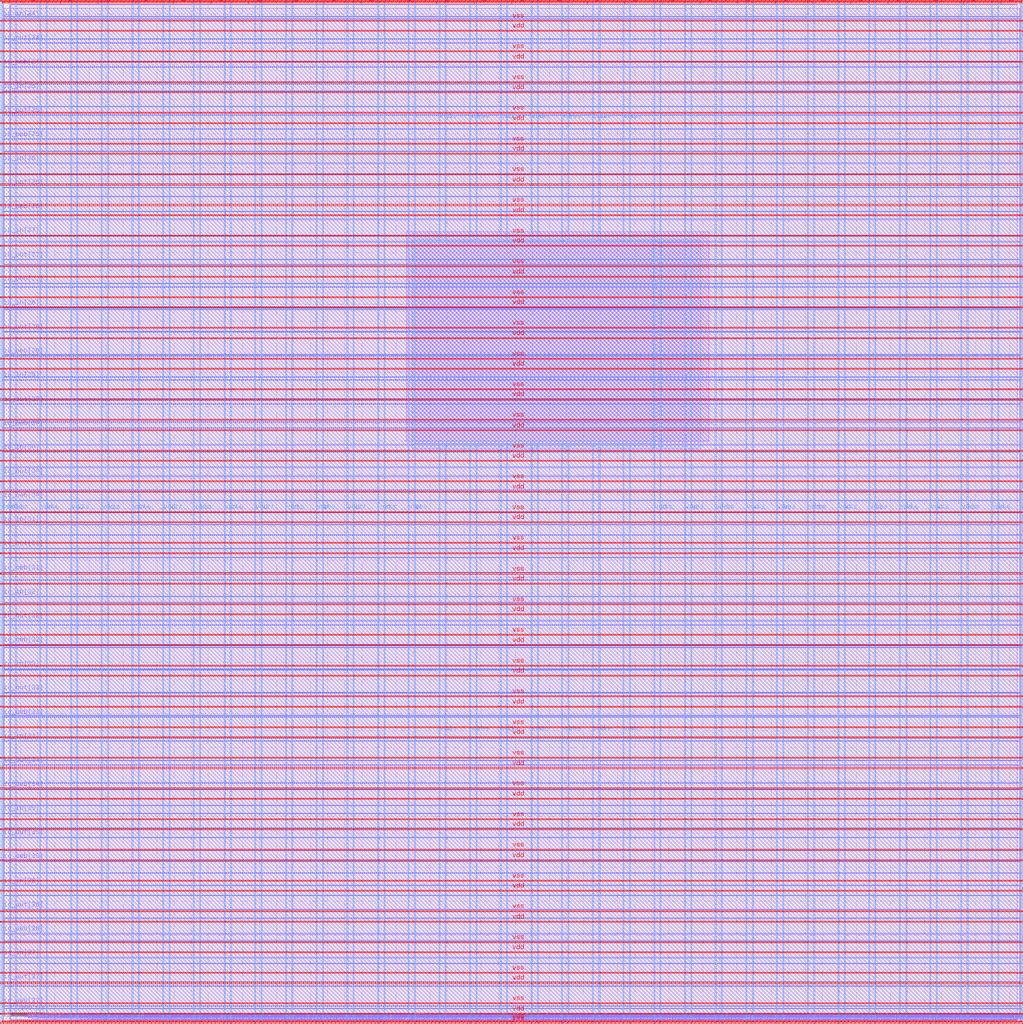
<source format=lef>
VERSION 5.7 ;
  NOWIREEXTENSIONATPIN ON ;
  DIVIDERCHAR "/" ;
  BUSBITCHARS "[]" ;
MACRO user_project_wrapper
  CLASS BLOCK ;
  FOREIGN user_project_wrapper ;
  ORIGIN 0.000 0.000 ;
  SIZE 2980.200 BY 2980.200 ;
  PIN io_in[0]
    DIRECTION INPUT ;
    USE SIGNAL ;
    PORT
      LAYER Metal3 ;
        RECT 2977.800 35.560 2985.000 36.680 ;
    END
  END io_in[0]
  PIN io_in[10]
    DIRECTION INPUT ;
    USE SIGNAL ;
    PORT
      LAYER Metal3 ;
        RECT 2977.800 2017.960 2985.000 2019.080 ;
    END
  END io_in[10]
  PIN io_in[11]
    DIRECTION INPUT ;
    USE SIGNAL ;
    PORT
      LAYER Metal3 ;
        RECT 2977.800 2216.200 2985.000 2217.320 ;
    END
  END io_in[11]
  PIN io_in[12]
    DIRECTION INPUT ;
    USE SIGNAL ;
    PORT
      LAYER Metal3 ;
        RECT 2977.800 2414.440 2985.000 2415.560 ;
    END
  END io_in[12]
  PIN io_in[13]
    DIRECTION INPUT ;
    USE SIGNAL ;
    PORT
      LAYER Metal3 ;
        RECT 2977.800 2612.680 2985.000 2613.800 ;
    END
  END io_in[13]
  PIN io_in[14]
    DIRECTION INPUT ;
    USE SIGNAL ;
    PORT
      LAYER Metal3 ;
        RECT 2977.800 2810.920 2985.000 2812.040 ;
    END
  END io_in[14]
  PIN io_in[15]
    DIRECTION INPUT ;
    USE SIGNAL ;
    PORT
      LAYER Metal2 ;
        RECT 2923.480 2977.800 2924.600 2985.000 ;
    END
  END io_in[15]
  PIN io_in[16]
    DIRECTION INPUT ;
    USE SIGNAL ;
    PORT
      LAYER Metal2 ;
        RECT 2592.520 2977.800 2593.640 2985.000 ;
    END
  END io_in[16]
  PIN io_in[17]
    DIRECTION INPUT ;
    USE SIGNAL ;
    PORT
      LAYER Metal2 ;
        RECT 2261.560 2977.800 2262.680 2985.000 ;
    END
  END io_in[17]
  PIN io_in[18]
    DIRECTION INPUT ;
    USE SIGNAL ;
    PORT
      LAYER Metal2 ;
        RECT 1930.600 2977.800 1931.720 2985.000 ;
    END
  END io_in[18]
  PIN io_in[19]
    DIRECTION INPUT ;
    USE SIGNAL ;
    PORT
      LAYER Metal2 ;
        RECT 1599.640 2977.800 1600.760 2985.000 ;
    END
  END io_in[19]
  PIN io_in[1]
    DIRECTION INPUT ;
    USE SIGNAL ;
    PORT
      LAYER Metal3 ;
        RECT 2977.800 233.800 2985.000 234.920 ;
    END
  END io_in[1]
  PIN io_in[20]
    DIRECTION INPUT ;
    USE SIGNAL ;
    PORT
      LAYER Metal2 ;
        RECT 1268.680 2977.800 1269.800 2985.000 ;
    END
  END io_in[20]
  PIN io_in[21]
    DIRECTION INPUT ;
    USE SIGNAL ;
    PORT
      LAYER Metal2 ;
        RECT 937.720 2977.800 938.840 2985.000 ;
    END
  END io_in[21]
  PIN io_in[22]
    DIRECTION INPUT ;
    USE SIGNAL ;
    PORT
      LAYER Metal2 ;
        RECT 606.760 2977.800 607.880 2985.000 ;
    END
  END io_in[22]
  PIN io_in[23]
    DIRECTION INPUT ;
    USE SIGNAL ;
    PORT
      LAYER Metal2 ;
        RECT 275.800 2977.800 276.920 2985.000 ;
    END
  END io_in[23]
  PIN io_in[24]
    DIRECTION INPUT ;
    USE SIGNAL ;
    PORT
      LAYER Metal3 ;
        RECT -4.800 2935.800 2.400 2936.920 ;
    END
  END io_in[24]
  PIN io_in[25]
    DIRECTION INPUT ;
    USE SIGNAL ;
    PORT
      LAYER Metal3 ;
        RECT -4.800 2724.120 2.400 2725.240 ;
    END
  END io_in[25]
  PIN io_in[26]
    DIRECTION INPUT ;
    USE SIGNAL ;
    PORT
      LAYER Metal3 ;
        RECT -4.800 2512.440 2.400 2513.560 ;
    END
  END io_in[26]
  PIN io_in[27]
    DIRECTION INPUT ;
    USE SIGNAL ;
    PORT
      LAYER Metal3 ;
        RECT -4.800 2300.760 2.400 2301.880 ;
    END
  END io_in[27]
  PIN io_in[28]
    DIRECTION INPUT ;
    USE SIGNAL ;
    PORT
      LAYER Metal3 ;
        RECT -4.800 2089.080 2.400 2090.200 ;
    END
  END io_in[28]
  PIN io_in[29]
    DIRECTION INPUT ;
    USE SIGNAL ;
    PORT
      LAYER Metal3 ;
        RECT -4.800 1877.400 2.400 1878.520 ;
    END
  END io_in[29]
  PIN io_in[2]
    DIRECTION INPUT ;
    USE SIGNAL ;
    PORT
      LAYER Metal3 ;
        RECT 2977.800 432.040 2985.000 433.160 ;
    END
  END io_in[2]
  PIN io_in[30]
    DIRECTION INPUT ;
    USE SIGNAL ;
    PORT
      LAYER Metal3 ;
        RECT -4.800 1665.720 2.400 1666.840 ;
    END
  END io_in[30]
  PIN io_in[31]
    DIRECTION INPUT ;
    USE SIGNAL ;
    PORT
      LAYER Metal3 ;
        RECT -4.800 1454.040 2.400 1455.160 ;
    END
  END io_in[31]
  PIN io_in[32]
    DIRECTION INPUT ;
    USE SIGNAL ;
    PORT
      LAYER Metal3 ;
        RECT -4.800 1242.360 2.400 1243.480 ;
    END
  END io_in[32]
  PIN io_in[33]
    DIRECTION INPUT ;
    USE SIGNAL ;
    PORT
      LAYER Metal3 ;
        RECT -4.800 1030.680 2.400 1031.800 ;
    END
  END io_in[33]
  PIN io_in[34]
    DIRECTION INPUT ;
    USE SIGNAL ;
    PORT
      LAYER Metal3 ;
        RECT -4.800 819.000 2.400 820.120 ;
    END
  END io_in[34]
  PIN io_in[35]
    DIRECTION INPUT ;
    USE SIGNAL ;
    PORT
      LAYER Metal3 ;
        RECT -4.800 607.320 2.400 608.440 ;
    END
  END io_in[35]
  PIN io_in[36]
    DIRECTION INPUT ;
    USE SIGNAL ;
    PORT
      LAYER Metal3 ;
        RECT -4.800 395.640 2.400 396.760 ;
    END
  END io_in[36]
  PIN io_in[37]
    DIRECTION INPUT ;
    USE SIGNAL ;
    PORT
      LAYER Metal3 ;
        RECT -4.800 183.960 2.400 185.080 ;
    END
  END io_in[37]
  PIN io_in[3]
    DIRECTION INPUT ;
    USE SIGNAL ;
    PORT
      LAYER Metal3 ;
        RECT 2977.800 630.280 2985.000 631.400 ;
    END
  END io_in[3]
  PIN io_in[4]
    DIRECTION INPUT ;
    USE SIGNAL ;
    PORT
      LAYER Metal3 ;
        RECT 2977.800 828.520 2985.000 829.640 ;
    END
  END io_in[4]
  PIN io_in[5]
    DIRECTION INPUT ;
    USE SIGNAL ;
    PORT
      LAYER Metal3 ;
        RECT 2977.800 1026.760 2985.000 1027.880 ;
    END
  END io_in[5]
  PIN io_in[6]
    DIRECTION INPUT ;
    USE SIGNAL ;
    PORT
      LAYER Metal3 ;
        RECT 2977.800 1225.000 2985.000 1226.120 ;
    END
  END io_in[6]
  PIN io_in[7]
    DIRECTION INPUT ;
    USE SIGNAL ;
    PORT
      LAYER Metal3 ;
        RECT 2977.800 1423.240 2985.000 1424.360 ;
    END
  END io_in[7]
  PIN io_in[8]
    DIRECTION INPUT ;
    USE SIGNAL ;
    PORT
      LAYER Metal3 ;
        RECT 2977.800 1621.480 2985.000 1622.600 ;
    END
  END io_in[8]
  PIN io_in[9]
    DIRECTION INPUT ;
    USE SIGNAL ;
    PORT
      LAYER Metal3 ;
        RECT 2977.800 1819.720 2985.000 1820.840 ;
    END
  END io_in[9]
  PIN io_oeb[0]
    DIRECTION OUTPUT TRISTATE ;
    USE SIGNAL ;
    PORT
      LAYER Metal3 ;
        RECT 2977.800 167.720 2985.000 168.840 ;
    END
  END io_oeb[0]
  PIN io_oeb[10]
    DIRECTION OUTPUT TRISTATE ;
    USE SIGNAL ;
    PORT
      LAYER Metal3 ;
        RECT 2977.800 2150.120 2985.000 2151.240 ;
    END
  END io_oeb[10]
  PIN io_oeb[11]
    DIRECTION OUTPUT TRISTATE ;
    USE SIGNAL ;
    PORT
      LAYER Metal3 ;
        RECT 2977.800 2348.360 2985.000 2349.480 ;
    END
  END io_oeb[11]
  PIN io_oeb[12]
    DIRECTION OUTPUT TRISTATE ;
    USE SIGNAL ;
    PORT
      LAYER Metal3 ;
        RECT 2977.800 2546.600 2985.000 2547.720 ;
    END
  END io_oeb[12]
  PIN io_oeb[13]
    DIRECTION OUTPUT TRISTATE ;
    USE SIGNAL ;
    PORT
      LAYER Metal3 ;
        RECT 2977.800 2744.840 2985.000 2745.960 ;
    END
  END io_oeb[13]
  PIN io_oeb[14]
    DIRECTION OUTPUT TRISTATE ;
    USE SIGNAL ;
    PORT
      LAYER Metal3 ;
        RECT 2977.800 2943.080 2985.000 2944.200 ;
    END
  END io_oeb[14]
  PIN io_oeb[15]
    DIRECTION OUTPUT TRISTATE ;
    USE SIGNAL ;
    PORT
      LAYER Metal2 ;
        RECT 2702.840 2977.800 2703.960 2985.000 ;
    END
  END io_oeb[15]
  PIN io_oeb[16]
    DIRECTION OUTPUT TRISTATE ;
    USE SIGNAL ;
    PORT
      LAYER Metal2 ;
        RECT 2371.880 2977.800 2373.000 2985.000 ;
    END
  END io_oeb[16]
  PIN io_oeb[17]
    DIRECTION OUTPUT TRISTATE ;
    USE SIGNAL ;
    PORT
      LAYER Metal2 ;
        RECT 2040.920 2977.800 2042.040 2985.000 ;
    END
  END io_oeb[17]
  PIN io_oeb[18]
    DIRECTION OUTPUT TRISTATE ;
    USE SIGNAL ;
    PORT
      LAYER Metal2 ;
        RECT 1709.960 2977.800 1711.080 2985.000 ;
    END
  END io_oeb[18]
  PIN io_oeb[19]
    DIRECTION OUTPUT TRISTATE ;
    USE SIGNAL ;
    PORT
      LAYER Metal2 ;
        RECT 1379.000 2977.800 1380.120 2985.000 ;
    END
  END io_oeb[19]
  PIN io_oeb[1]
    DIRECTION OUTPUT TRISTATE ;
    USE SIGNAL ;
    PORT
      LAYER Metal3 ;
        RECT 2977.800 365.960 2985.000 367.080 ;
    END
  END io_oeb[1]
  PIN io_oeb[20]
    DIRECTION OUTPUT TRISTATE ;
    USE SIGNAL ;
    PORT
      LAYER Metal2 ;
        RECT 1048.040 2977.800 1049.160 2985.000 ;
    END
  END io_oeb[20]
  PIN io_oeb[21]
    DIRECTION OUTPUT TRISTATE ;
    USE SIGNAL ;
    PORT
      LAYER Metal2 ;
        RECT 717.080 2977.800 718.200 2985.000 ;
    END
  END io_oeb[21]
  PIN io_oeb[22]
    DIRECTION OUTPUT TRISTATE ;
    USE SIGNAL ;
    PORT
      LAYER Metal2 ;
        RECT 386.120 2977.800 387.240 2985.000 ;
    END
  END io_oeb[22]
  PIN io_oeb[23]
    DIRECTION OUTPUT TRISTATE ;
    USE SIGNAL ;
    PORT
      LAYER Metal2 ;
        RECT 55.160 2977.800 56.280 2985.000 ;
    END
  END io_oeb[23]
  PIN io_oeb[24]
    DIRECTION OUTPUT TRISTATE ;
    USE SIGNAL ;
    PORT
      LAYER Metal3 ;
        RECT -4.800 2794.680 2.400 2795.800 ;
    END
  END io_oeb[24]
  PIN io_oeb[25]
    DIRECTION OUTPUT TRISTATE ;
    USE SIGNAL ;
    PORT
      LAYER Metal3 ;
        RECT -4.800 2583.000 2.400 2584.120 ;
    END
  END io_oeb[25]
  PIN io_oeb[26]
    DIRECTION OUTPUT TRISTATE ;
    USE SIGNAL ;
    PORT
      LAYER Metal3 ;
        RECT -4.800 2371.320 2.400 2372.440 ;
    END
  END io_oeb[26]
  PIN io_oeb[27]
    DIRECTION OUTPUT TRISTATE ;
    USE SIGNAL ;
    PORT
      LAYER Metal3 ;
        RECT -4.800 2159.640 2.400 2160.760 ;
    END
  END io_oeb[27]
  PIN io_oeb[28]
    DIRECTION OUTPUT TRISTATE ;
    USE SIGNAL ;
    PORT
      LAYER Metal3 ;
        RECT -4.800 1947.960 2.400 1949.080 ;
    END
  END io_oeb[28]
  PIN io_oeb[29]
    DIRECTION OUTPUT TRISTATE ;
    USE SIGNAL ;
    PORT
      LAYER Metal3 ;
        RECT -4.800 1736.280 2.400 1737.400 ;
    END
  END io_oeb[29]
  PIN io_oeb[2]
    DIRECTION OUTPUT TRISTATE ;
    USE SIGNAL ;
    PORT
      LAYER Metal3 ;
        RECT 2977.800 564.200 2985.000 565.320 ;
    END
  END io_oeb[2]
  PIN io_oeb[30]
    DIRECTION OUTPUT TRISTATE ;
    USE SIGNAL ;
    PORT
      LAYER Metal3 ;
        RECT -4.800 1524.600 2.400 1525.720 ;
    END
  END io_oeb[30]
  PIN io_oeb[31]
    DIRECTION OUTPUT TRISTATE ;
    USE SIGNAL ;
    PORT
      LAYER Metal3 ;
        RECT -4.800 1312.920 2.400 1314.040 ;
    END
  END io_oeb[31]
  PIN io_oeb[32]
    DIRECTION OUTPUT TRISTATE ;
    USE SIGNAL ;
    PORT
      LAYER Metal3 ;
        RECT -4.800 1101.240 2.400 1102.360 ;
    END
  END io_oeb[32]
  PIN io_oeb[33]
    DIRECTION OUTPUT TRISTATE ;
    USE SIGNAL ;
    PORT
      LAYER Metal3 ;
        RECT -4.800 889.560 2.400 890.680 ;
    END
  END io_oeb[33]
  PIN io_oeb[34]
    DIRECTION OUTPUT TRISTATE ;
    USE SIGNAL ;
    PORT
      LAYER Metal3 ;
        RECT -4.800 677.880 2.400 679.000 ;
    END
  END io_oeb[34]
  PIN io_oeb[35]
    DIRECTION OUTPUT TRISTATE ;
    USE SIGNAL ;
    PORT
      LAYER Metal3 ;
        RECT -4.800 466.200 2.400 467.320 ;
    END
  END io_oeb[35]
  PIN io_oeb[36]
    DIRECTION OUTPUT TRISTATE ;
    USE SIGNAL ;
    PORT
      LAYER Metal3 ;
        RECT -4.800 254.520 2.400 255.640 ;
    END
  END io_oeb[36]
  PIN io_oeb[37]
    DIRECTION OUTPUT TRISTATE ;
    USE SIGNAL ;
    PORT
      LAYER Metal3 ;
        RECT -4.800 42.840 2.400 43.960 ;
    END
  END io_oeb[37]
  PIN io_oeb[3]
    DIRECTION OUTPUT TRISTATE ;
    USE SIGNAL ;
    PORT
      LAYER Metal3 ;
        RECT 2977.800 762.440 2985.000 763.560 ;
    END
  END io_oeb[3]
  PIN io_oeb[4]
    DIRECTION OUTPUT TRISTATE ;
    USE SIGNAL ;
    PORT
      LAYER Metal3 ;
        RECT 2977.800 960.680 2985.000 961.800 ;
    END
  END io_oeb[4]
  PIN io_oeb[5]
    DIRECTION OUTPUT TRISTATE ;
    USE SIGNAL ;
    PORT
      LAYER Metal3 ;
        RECT 2977.800 1158.920 2985.000 1160.040 ;
    END
  END io_oeb[5]
  PIN io_oeb[6]
    DIRECTION OUTPUT TRISTATE ;
    USE SIGNAL ;
    PORT
      LAYER Metal3 ;
        RECT 2977.800 1357.160 2985.000 1358.280 ;
    END
  END io_oeb[6]
  PIN io_oeb[7]
    DIRECTION OUTPUT TRISTATE ;
    USE SIGNAL ;
    PORT
      LAYER Metal3 ;
        RECT 2977.800 1555.400 2985.000 1556.520 ;
    END
  END io_oeb[7]
  PIN io_oeb[8]
    DIRECTION OUTPUT TRISTATE ;
    USE SIGNAL ;
    PORT
      LAYER Metal3 ;
        RECT 2977.800 1753.640 2985.000 1754.760 ;
    END
  END io_oeb[8]
  PIN io_oeb[9]
    DIRECTION OUTPUT TRISTATE ;
    USE SIGNAL ;
    PORT
      LAYER Metal3 ;
        RECT 2977.800 1951.880 2985.000 1953.000 ;
    END
  END io_oeb[9]
  PIN io_out[0]
    DIRECTION OUTPUT TRISTATE ;
    USE SIGNAL ;
    PORT
      LAYER Metal3 ;
        RECT 2977.800 101.640 2985.000 102.760 ;
    END
  END io_out[0]
  PIN io_out[10]
    DIRECTION OUTPUT TRISTATE ;
    USE SIGNAL ;
    PORT
      LAYER Metal3 ;
        RECT 2977.800 2084.040 2985.000 2085.160 ;
    END
  END io_out[10]
  PIN io_out[11]
    DIRECTION OUTPUT TRISTATE ;
    USE SIGNAL ;
    PORT
      LAYER Metal3 ;
        RECT 2977.800 2282.280 2985.000 2283.400 ;
    END
  END io_out[11]
  PIN io_out[12]
    DIRECTION OUTPUT TRISTATE ;
    USE SIGNAL ;
    PORT
      LAYER Metal3 ;
        RECT 2977.800 2480.520 2985.000 2481.640 ;
    END
  END io_out[12]
  PIN io_out[13]
    DIRECTION OUTPUT TRISTATE ;
    USE SIGNAL ;
    PORT
      LAYER Metal3 ;
        RECT 2977.800 2678.760 2985.000 2679.880 ;
    END
  END io_out[13]
  PIN io_out[14]
    DIRECTION OUTPUT TRISTATE ;
    USE SIGNAL ;
    PORT
      LAYER Metal3 ;
        RECT 2977.800 2877.000 2985.000 2878.120 ;
    END
  END io_out[14]
  PIN io_out[15]
    DIRECTION OUTPUT TRISTATE ;
    USE SIGNAL ;
    PORT
      LAYER Metal2 ;
        RECT 2813.160 2977.800 2814.280 2985.000 ;
    END
  END io_out[15]
  PIN io_out[16]
    DIRECTION OUTPUT TRISTATE ;
    USE SIGNAL ;
    PORT
      LAYER Metal2 ;
        RECT 2482.200 2977.800 2483.320 2985.000 ;
    END
  END io_out[16]
  PIN io_out[17]
    DIRECTION OUTPUT TRISTATE ;
    USE SIGNAL ;
    PORT
      LAYER Metal2 ;
        RECT 2151.240 2977.800 2152.360 2985.000 ;
    END
  END io_out[17]
  PIN io_out[18]
    DIRECTION OUTPUT TRISTATE ;
    USE SIGNAL ;
    PORT
      LAYER Metal2 ;
        RECT 1820.280 2977.800 1821.400 2985.000 ;
    END
  END io_out[18]
  PIN io_out[19]
    DIRECTION OUTPUT TRISTATE ;
    USE SIGNAL ;
    PORT
      LAYER Metal2 ;
        RECT 1489.320 2977.800 1490.440 2985.000 ;
    END
  END io_out[19]
  PIN io_out[1]
    DIRECTION OUTPUT TRISTATE ;
    USE SIGNAL ;
    PORT
      LAYER Metal3 ;
        RECT 2977.800 299.880 2985.000 301.000 ;
    END
  END io_out[1]
  PIN io_out[20]
    DIRECTION OUTPUT TRISTATE ;
    USE SIGNAL ;
    PORT
      LAYER Metal2 ;
        RECT 1158.360 2977.800 1159.480 2985.000 ;
    END
  END io_out[20]
  PIN io_out[21]
    DIRECTION OUTPUT TRISTATE ;
    USE SIGNAL ;
    PORT
      LAYER Metal2 ;
        RECT 827.400 2977.800 828.520 2985.000 ;
    END
  END io_out[21]
  PIN io_out[22]
    DIRECTION OUTPUT TRISTATE ;
    USE SIGNAL ;
    PORT
      LAYER Metal2 ;
        RECT 496.440 2977.800 497.560 2985.000 ;
    END
  END io_out[22]
  PIN io_out[23]
    DIRECTION OUTPUT TRISTATE ;
    USE SIGNAL ;
    PORT
      LAYER Metal2 ;
        RECT 165.480 2977.800 166.600 2985.000 ;
    END
  END io_out[23]
  PIN io_out[24]
    DIRECTION OUTPUT TRISTATE ;
    USE SIGNAL ;
    PORT
      LAYER Metal3 ;
        RECT -4.800 2865.240 2.400 2866.360 ;
    END
  END io_out[24]
  PIN io_out[25]
    DIRECTION OUTPUT TRISTATE ;
    USE SIGNAL ;
    PORT
      LAYER Metal3 ;
        RECT -4.800 2653.560 2.400 2654.680 ;
    END
  END io_out[25]
  PIN io_out[26]
    DIRECTION OUTPUT TRISTATE ;
    USE SIGNAL ;
    PORT
      LAYER Metal3 ;
        RECT -4.800 2441.880 2.400 2443.000 ;
    END
  END io_out[26]
  PIN io_out[27]
    DIRECTION OUTPUT TRISTATE ;
    USE SIGNAL ;
    PORT
      LAYER Metal3 ;
        RECT -4.800 2230.200 2.400 2231.320 ;
    END
  END io_out[27]
  PIN io_out[28]
    DIRECTION OUTPUT TRISTATE ;
    USE SIGNAL ;
    PORT
      LAYER Metal3 ;
        RECT -4.800 2018.520 2.400 2019.640 ;
    END
  END io_out[28]
  PIN io_out[29]
    DIRECTION OUTPUT TRISTATE ;
    USE SIGNAL ;
    PORT
      LAYER Metal3 ;
        RECT -4.800 1806.840 2.400 1807.960 ;
    END
  END io_out[29]
  PIN io_out[2]
    DIRECTION OUTPUT TRISTATE ;
    USE SIGNAL ;
    PORT
      LAYER Metal3 ;
        RECT 2977.800 498.120 2985.000 499.240 ;
    END
  END io_out[2]
  PIN io_out[30]
    DIRECTION OUTPUT TRISTATE ;
    USE SIGNAL ;
    PORT
      LAYER Metal3 ;
        RECT -4.800 1595.160 2.400 1596.280 ;
    END
  END io_out[30]
  PIN io_out[31]
    DIRECTION OUTPUT TRISTATE ;
    USE SIGNAL ;
    PORT
      LAYER Metal3 ;
        RECT -4.800 1383.480 2.400 1384.600 ;
    END
  END io_out[31]
  PIN io_out[32]
    DIRECTION OUTPUT TRISTATE ;
    USE SIGNAL ;
    PORT
      LAYER Metal3 ;
        RECT -4.800 1171.800 2.400 1172.920 ;
    END
  END io_out[32]
  PIN io_out[33]
    DIRECTION OUTPUT TRISTATE ;
    USE SIGNAL ;
    PORT
      LAYER Metal3 ;
        RECT -4.800 960.120 2.400 961.240 ;
    END
  END io_out[33]
  PIN io_out[34]
    DIRECTION OUTPUT TRISTATE ;
    USE SIGNAL ;
    PORT
      LAYER Metal3 ;
        RECT -4.800 748.440 2.400 749.560 ;
    END
  END io_out[34]
  PIN io_out[35]
    DIRECTION OUTPUT TRISTATE ;
    USE SIGNAL ;
    PORT
      LAYER Metal3 ;
        RECT -4.800 536.760 2.400 537.880 ;
    END
  END io_out[35]
  PIN io_out[36]
    DIRECTION OUTPUT TRISTATE ;
    USE SIGNAL ;
    PORT
      LAYER Metal3 ;
        RECT -4.800 325.080 2.400 326.200 ;
    END
  END io_out[36]
  PIN io_out[37]
    DIRECTION OUTPUT TRISTATE ;
    USE SIGNAL ;
    PORT
      LAYER Metal3 ;
        RECT -4.800 113.400 2.400 114.520 ;
    END
  END io_out[37]
  PIN io_out[3]
    DIRECTION OUTPUT TRISTATE ;
    USE SIGNAL ;
    PORT
      LAYER Metal3 ;
        RECT 2977.800 696.360 2985.000 697.480 ;
    END
  END io_out[3]
  PIN io_out[4]
    DIRECTION OUTPUT TRISTATE ;
    USE SIGNAL ;
    PORT
      LAYER Metal3 ;
        RECT 2977.800 894.600 2985.000 895.720 ;
    END
  END io_out[4]
  PIN io_out[5]
    DIRECTION OUTPUT TRISTATE ;
    USE SIGNAL ;
    PORT
      LAYER Metal3 ;
        RECT 2977.800 1092.840 2985.000 1093.960 ;
    END
  END io_out[5]
  PIN io_out[6]
    DIRECTION OUTPUT TRISTATE ;
    USE SIGNAL ;
    PORT
      LAYER Metal3 ;
        RECT 2977.800 1291.080 2985.000 1292.200 ;
    END
  END io_out[6]
  PIN io_out[7]
    DIRECTION OUTPUT TRISTATE ;
    USE SIGNAL ;
    PORT
      LAYER Metal3 ;
        RECT 2977.800 1489.320 2985.000 1490.440 ;
    END
  END io_out[7]
  PIN io_out[8]
    DIRECTION OUTPUT TRISTATE ;
    USE SIGNAL ;
    PORT
      LAYER Metal3 ;
        RECT 2977.800 1687.560 2985.000 1688.680 ;
    END
  END io_out[8]
  PIN io_out[9]
    DIRECTION OUTPUT TRISTATE ;
    USE SIGNAL ;
    PORT
      LAYER Metal3 ;
        RECT 2977.800 1885.800 2985.000 1886.920 ;
    END
  END io_out[9]
  PIN la_data_in[0]
    DIRECTION INPUT ;
    USE SIGNAL ;
    PORT
      LAYER Metal2 ;
        RECT 1065.960 -4.800 1067.080 2.400 ;
    END
  END la_data_in[0]
  PIN la_data_in[10]
    DIRECTION INPUT ;
    USE SIGNAL ;
    PORT
      LAYER Metal2 ;
        RECT 1351.560 -4.800 1352.680 2.400 ;
    END
  END la_data_in[10]
  PIN la_data_in[11]
    DIRECTION INPUT ;
    USE SIGNAL ;
    PORT
      LAYER Metal2 ;
        RECT 1380.120 -4.800 1381.240 2.400 ;
    END
  END la_data_in[11]
  PIN la_data_in[12]
    DIRECTION INPUT ;
    USE SIGNAL ;
    PORT
      LAYER Metal2 ;
        RECT 1408.680 -4.800 1409.800 2.400 ;
    END
  END la_data_in[12]
  PIN la_data_in[13]
    DIRECTION INPUT ;
    USE SIGNAL ;
    PORT
      LAYER Metal2 ;
        RECT 1437.240 -4.800 1438.360 2.400 ;
    END
  END la_data_in[13]
  PIN la_data_in[14]
    DIRECTION INPUT ;
    USE SIGNAL ;
    PORT
      LAYER Metal2 ;
        RECT 1465.800 -4.800 1466.920 2.400 ;
    END
  END la_data_in[14]
  PIN la_data_in[15]
    DIRECTION INPUT ;
    USE SIGNAL ;
    PORT
      LAYER Metal2 ;
        RECT 1494.360 -4.800 1495.480 2.400 ;
    END
  END la_data_in[15]
  PIN la_data_in[16]
    DIRECTION INPUT ;
    USE SIGNAL ;
    PORT
      LAYER Metal2 ;
        RECT 1522.920 -4.800 1524.040 2.400 ;
    END
  END la_data_in[16]
  PIN la_data_in[17]
    DIRECTION INPUT ;
    USE SIGNAL ;
    PORT
      LAYER Metal2 ;
        RECT 1551.480 -4.800 1552.600 2.400 ;
    END
  END la_data_in[17]
  PIN la_data_in[18]
    DIRECTION INPUT ;
    USE SIGNAL ;
    PORT
      LAYER Metal2 ;
        RECT 1580.040 -4.800 1581.160 2.400 ;
    END
  END la_data_in[18]
  PIN la_data_in[19]
    DIRECTION INPUT ;
    USE SIGNAL ;
    PORT
      LAYER Metal2 ;
        RECT 1608.600 -4.800 1609.720 2.400 ;
    END
  END la_data_in[19]
  PIN la_data_in[1]
    DIRECTION INPUT ;
    USE SIGNAL ;
    PORT
      LAYER Metal2 ;
        RECT 1094.520 -4.800 1095.640 2.400 ;
    END
  END la_data_in[1]
  PIN la_data_in[20]
    DIRECTION INPUT ;
    USE SIGNAL ;
    PORT
      LAYER Metal2 ;
        RECT 1637.160 -4.800 1638.280 2.400 ;
    END
  END la_data_in[20]
  PIN la_data_in[21]
    DIRECTION INPUT ;
    USE SIGNAL ;
    PORT
      LAYER Metal2 ;
        RECT 1665.720 -4.800 1666.840 2.400 ;
    END
  END la_data_in[21]
  PIN la_data_in[22]
    DIRECTION INPUT ;
    USE SIGNAL ;
    PORT
      LAYER Metal2 ;
        RECT 1694.280 -4.800 1695.400 2.400 ;
    END
  END la_data_in[22]
  PIN la_data_in[23]
    DIRECTION INPUT ;
    USE SIGNAL ;
    PORT
      LAYER Metal2 ;
        RECT 1722.840 -4.800 1723.960 2.400 ;
    END
  END la_data_in[23]
  PIN la_data_in[24]
    DIRECTION INPUT ;
    USE SIGNAL ;
    PORT
      LAYER Metal2 ;
        RECT 1751.400 -4.800 1752.520 2.400 ;
    END
  END la_data_in[24]
  PIN la_data_in[25]
    DIRECTION INPUT ;
    USE SIGNAL ;
    PORT
      LAYER Metal2 ;
        RECT 1779.960 -4.800 1781.080 2.400 ;
    END
  END la_data_in[25]
  PIN la_data_in[26]
    DIRECTION INPUT ;
    USE SIGNAL ;
    PORT
      LAYER Metal2 ;
        RECT 1808.520 -4.800 1809.640 2.400 ;
    END
  END la_data_in[26]
  PIN la_data_in[27]
    DIRECTION INPUT ;
    USE SIGNAL ;
    PORT
      LAYER Metal2 ;
        RECT 1837.080 -4.800 1838.200 2.400 ;
    END
  END la_data_in[27]
  PIN la_data_in[28]
    DIRECTION INPUT ;
    USE SIGNAL ;
    PORT
      LAYER Metal2 ;
        RECT 1865.640 -4.800 1866.760 2.400 ;
    END
  END la_data_in[28]
  PIN la_data_in[29]
    DIRECTION INPUT ;
    USE SIGNAL ;
    PORT
      LAYER Metal2 ;
        RECT 1894.200 -4.800 1895.320 2.400 ;
    END
  END la_data_in[29]
  PIN la_data_in[2]
    DIRECTION INPUT ;
    USE SIGNAL ;
    PORT
      LAYER Metal2 ;
        RECT 1123.080 -4.800 1124.200 2.400 ;
    END
  END la_data_in[2]
  PIN la_data_in[30]
    DIRECTION INPUT ;
    USE SIGNAL ;
    PORT
      LAYER Metal2 ;
        RECT 1922.760 -4.800 1923.880 2.400 ;
    END
  END la_data_in[30]
  PIN la_data_in[31]
    DIRECTION INPUT ;
    USE SIGNAL ;
    PORT
      LAYER Metal2 ;
        RECT 1951.320 -4.800 1952.440 2.400 ;
    END
  END la_data_in[31]
  PIN la_data_in[32]
    DIRECTION INPUT ;
    USE SIGNAL ;
    PORT
      LAYER Metal2 ;
        RECT 1979.880 -4.800 1981.000 2.400 ;
    END
  END la_data_in[32]
  PIN la_data_in[33]
    DIRECTION INPUT ;
    USE SIGNAL ;
    PORT
      LAYER Metal2 ;
        RECT 2008.440 -4.800 2009.560 2.400 ;
    END
  END la_data_in[33]
  PIN la_data_in[34]
    DIRECTION INPUT ;
    USE SIGNAL ;
    PORT
      LAYER Metal2 ;
        RECT 2037.000 -4.800 2038.120 2.400 ;
    END
  END la_data_in[34]
  PIN la_data_in[35]
    DIRECTION INPUT ;
    USE SIGNAL ;
    PORT
      LAYER Metal2 ;
        RECT 2065.560 -4.800 2066.680 2.400 ;
    END
  END la_data_in[35]
  PIN la_data_in[36]
    DIRECTION INPUT ;
    USE SIGNAL ;
    PORT
      LAYER Metal2 ;
        RECT 2094.120 -4.800 2095.240 2.400 ;
    END
  END la_data_in[36]
  PIN la_data_in[37]
    DIRECTION INPUT ;
    USE SIGNAL ;
    PORT
      LAYER Metal2 ;
        RECT 2122.680 -4.800 2123.800 2.400 ;
    END
  END la_data_in[37]
  PIN la_data_in[38]
    DIRECTION INPUT ;
    USE SIGNAL ;
    PORT
      LAYER Metal2 ;
        RECT 2151.240 -4.800 2152.360 2.400 ;
    END
  END la_data_in[38]
  PIN la_data_in[39]
    DIRECTION INPUT ;
    USE SIGNAL ;
    PORT
      LAYER Metal2 ;
        RECT 2179.800 -4.800 2180.920 2.400 ;
    END
  END la_data_in[39]
  PIN la_data_in[3]
    DIRECTION INPUT ;
    USE SIGNAL ;
    PORT
      LAYER Metal2 ;
        RECT 1151.640 -4.800 1152.760 2.400 ;
    END
  END la_data_in[3]
  PIN la_data_in[40]
    DIRECTION INPUT ;
    USE SIGNAL ;
    PORT
      LAYER Metal2 ;
        RECT 2208.360 -4.800 2209.480 2.400 ;
    END
  END la_data_in[40]
  PIN la_data_in[41]
    DIRECTION INPUT ;
    USE SIGNAL ;
    PORT
      LAYER Metal2 ;
        RECT 2236.920 -4.800 2238.040 2.400 ;
    END
  END la_data_in[41]
  PIN la_data_in[42]
    DIRECTION INPUT ;
    USE SIGNAL ;
    PORT
      LAYER Metal2 ;
        RECT 2265.480 -4.800 2266.600 2.400 ;
    END
  END la_data_in[42]
  PIN la_data_in[43]
    DIRECTION INPUT ;
    USE SIGNAL ;
    PORT
      LAYER Metal2 ;
        RECT 2294.040 -4.800 2295.160 2.400 ;
    END
  END la_data_in[43]
  PIN la_data_in[44]
    DIRECTION INPUT ;
    USE SIGNAL ;
    PORT
      LAYER Metal2 ;
        RECT 2322.600 -4.800 2323.720 2.400 ;
    END
  END la_data_in[44]
  PIN la_data_in[45]
    DIRECTION INPUT ;
    USE SIGNAL ;
    PORT
      LAYER Metal2 ;
        RECT 2351.160 -4.800 2352.280 2.400 ;
    END
  END la_data_in[45]
  PIN la_data_in[46]
    DIRECTION INPUT ;
    USE SIGNAL ;
    PORT
      LAYER Metal2 ;
        RECT 2379.720 -4.800 2380.840 2.400 ;
    END
  END la_data_in[46]
  PIN la_data_in[47]
    DIRECTION INPUT ;
    USE SIGNAL ;
    PORT
      LAYER Metal2 ;
        RECT 2408.280 -4.800 2409.400 2.400 ;
    END
  END la_data_in[47]
  PIN la_data_in[48]
    DIRECTION INPUT ;
    USE SIGNAL ;
    PORT
      LAYER Metal2 ;
        RECT 2436.840 -4.800 2437.960 2.400 ;
    END
  END la_data_in[48]
  PIN la_data_in[49]
    DIRECTION INPUT ;
    USE SIGNAL ;
    PORT
      LAYER Metal2 ;
        RECT 2465.400 -4.800 2466.520 2.400 ;
    END
  END la_data_in[49]
  PIN la_data_in[4]
    DIRECTION INPUT ;
    USE SIGNAL ;
    PORT
      LAYER Metal2 ;
        RECT 1180.200 -4.800 1181.320 2.400 ;
    END
  END la_data_in[4]
  PIN la_data_in[50]
    DIRECTION INPUT ;
    USE SIGNAL ;
    PORT
      LAYER Metal2 ;
        RECT 2493.960 -4.800 2495.080 2.400 ;
    END
  END la_data_in[50]
  PIN la_data_in[51]
    DIRECTION INPUT ;
    USE SIGNAL ;
    PORT
      LAYER Metal2 ;
        RECT 2522.520 -4.800 2523.640 2.400 ;
    END
  END la_data_in[51]
  PIN la_data_in[52]
    DIRECTION INPUT ;
    USE SIGNAL ;
    PORT
      LAYER Metal2 ;
        RECT 2551.080 -4.800 2552.200 2.400 ;
    END
  END la_data_in[52]
  PIN la_data_in[53]
    DIRECTION INPUT ;
    USE SIGNAL ;
    PORT
      LAYER Metal2 ;
        RECT 2579.640 -4.800 2580.760 2.400 ;
    END
  END la_data_in[53]
  PIN la_data_in[54]
    DIRECTION INPUT ;
    USE SIGNAL ;
    PORT
      LAYER Metal2 ;
        RECT 2608.200 -4.800 2609.320 2.400 ;
    END
  END la_data_in[54]
  PIN la_data_in[55]
    DIRECTION INPUT ;
    USE SIGNAL ;
    PORT
      LAYER Metal2 ;
        RECT 2636.760 -4.800 2637.880 2.400 ;
    END
  END la_data_in[55]
  PIN la_data_in[56]
    DIRECTION INPUT ;
    USE SIGNAL ;
    PORT
      LAYER Metal2 ;
        RECT 2665.320 -4.800 2666.440 2.400 ;
    END
  END la_data_in[56]
  PIN la_data_in[57]
    DIRECTION INPUT ;
    USE SIGNAL ;
    PORT
      LAYER Metal2 ;
        RECT 2693.880 -4.800 2695.000 2.400 ;
    END
  END la_data_in[57]
  PIN la_data_in[58]
    DIRECTION INPUT ;
    USE SIGNAL ;
    PORT
      LAYER Metal2 ;
        RECT 2722.440 -4.800 2723.560 2.400 ;
    END
  END la_data_in[58]
  PIN la_data_in[59]
    DIRECTION INPUT ;
    USE SIGNAL ;
    PORT
      LAYER Metal2 ;
        RECT 2751.000 -4.800 2752.120 2.400 ;
    END
  END la_data_in[59]
  PIN la_data_in[5]
    DIRECTION INPUT ;
    USE SIGNAL ;
    PORT
      LAYER Metal2 ;
        RECT 1208.760 -4.800 1209.880 2.400 ;
    END
  END la_data_in[5]
  PIN la_data_in[60]
    DIRECTION INPUT ;
    USE SIGNAL ;
    PORT
      LAYER Metal2 ;
        RECT 2779.560 -4.800 2780.680 2.400 ;
    END
  END la_data_in[60]
  PIN la_data_in[61]
    DIRECTION INPUT ;
    USE SIGNAL ;
    PORT
      LAYER Metal2 ;
        RECT 2808.120 -4.800 2809.240 2.400 ;
    END
  END la_data_in[61]
  PIN la_data_in[62]
    DIRECTION INPUT ;
    USE SIGNAL ;
    PORT
      LAYER Metal2 ;
        RECT 2836.680 -4.800 2837.800 2.400 ;
    END
  END la_data_in[62]
  PIN la_data_in[63]
    DIRECTION INPUT ;
    USE SIGNAL ;
    PORT
      LAYER Metal2 ;
        RECT 2865.240 -4.800 2866.360 2.400 ;
    END
  END la_data_in[63]
  PIN la_data_in[6]
    DIRECTION INPUT ;
    USE SIGNAL ;
    PORT
      LAYER Metal2 ;
        RECT 1237.320 -4.800 1238.440 2.400 ;
    END
  END la_data_in[6]
  PIN la_data_in[7]
    DIRECTION INPUT ;
    USE SIGNAL ;
    PORT
      LAYER Metal2 ;
        RECT 1265.880 -4.800 1267.000 2.400 ;
    END
  END la_data_in[7]
  PIN la_data_in[8]
    DIRECTION INPUT ;
    USE SIGNAL ;
    PORT
      LAYER Metal2 ;
        RECT 1294.440 -4.800 1295.560 2.400 ;
    END
  END la_data_in[8]
  PIN la_data_in[9]
    DIRECTION INPUT ;
    USE SIGNAL ;
    PORT
      LAYER Metal2 ;
        RECT 1323.000 -4.800 1324.120 2.400 ;
    END
  END la_data_in[9]
  PIN la_data_out[0]
    DIRECTION OUTPUT TRISTATE ;
    USE SIGNAL ;
    PORT
      LAYER Metal2 ;
        RECT 1075.480 -4.800 1076.600 2.400 ;
    END
  END la_data_out[0]
  PIN la_data_out[10]
    DIRECTION OUTPUT TRISTATE ;
    USE SIGNAL ;
    PORT
      LAYER Metal2 ;
        RECT 1361.080 -4.800 1362.200 2.400 ;
    END
  END la_data_out[10]
  PIN la_data_out[11]
    DIRECTION OUTPUT TRISTATE ;
    USE SIGNAL ;
    PORT
      LAYER Metal2 ;
        RECT 1389.640 -4.800 1390.760 2.400 ;
    END
  END la_data_out[11]
  PIN la_data_out[12]
    DIRECTION OUTPUT TRISTATE ;
    USE SIGNAL ;
    PORT
      LAYER Metal2 ;
        RECT 1418.200 -4.800 1419.320 2.400 ;
    END
  END la_data_out[12]
  PIN la_data_out[13]
    DIRECTION OUTPUT TRISTATE ;
    USE SIGNAL ;
    PORT
      LAYER Metal2 ;
        RECT 1446.760 -4.800 1447.880 2.400 ;
    END
  END la_data_out[13]
  PIN la_data_out[14]
    DIRECTION OUTPUT TRISTATE ;
    USE SIGNAL ;
    PORT
      LAYER Metal2 ;
        RECT 1475.320 -4.800 1476.440 2.400 ;
    END
  END la_data_out[14]
  PIN la_data_out[15]
    DIRECTION OUTPUT TRISTATE ;
    USE SIGNAL ;
    PORT
      LAYER Metal2 ;
        RECT 1503.880 -4.800 1505.000 2.400 ;
    END
  END la_data_out[15]
  PIN la_data_out[16]
    DIRECTION OUTPUT TRISTATE ;
    USE SIGNAL ;
    PORT
      LAYER Metal2 ;
        RECT 1532.440 -4.800 1533.560 2.400 ;
    END
  END la_data_out[16]
  PIN la_data_out[17]
    DIRECTION OUTPUT TRISTATE ;
    USE SIGNAL ;
    PORT
      LAYER Metal2 ;
        RECT 1561.000 -4.800 1562.120 2.400 ;
    END
  END la_data_out[17]
  PIN la_data_out[18]
    DIRECTION OUTPUT TRISTATE ;
    USE SIGNAL ;
    PORT
      LAYER Metal2 ;
        RECT 1589.560 -4.800 1590.680 2.400 ;
    END
  END la_data_out[18]
  PIN la_data_out[19]
    DIRECTION OUTPUT TRISTATE ;
    USE SIGNAL ;
    PORT
      LAYER Metal2 ;
        RECT 1618.120 -4.800 1619.240 2.400 ;
    END
  END la_data_out[19]
  PIN la_data_out[1]
    DIRECTION OUTPUT TRISTATE ;
    USE SIGNAL ;
    PORT
      LAYER Metal2 ;
        RECT 1104.040 -4.800 1105.160 2.400 ;
    END
  END la_data_out[1]
  PIN la_data_out[20]
    DIRECTION OUTPUT TRISTATE ;
    USE SIGNAL ;
    PORT
      LAYER Metal2 ;
        RECT 1646.680 -4.800 1647.800 2.400 ;
    END
  END la_data_out[20]
  PIN la_data_out[21]
    DIRECTION OUTPUT TRISTATE ;
    USE SIGNAL ;
    PORT
      LAYER Metal2 ;
        RECT 1675.240 -4.800 1676.360 2.400 ;
    END
  END la_data_out[21]
  PIN la_data_out[22]
    DIRECTION OUTPUT TRISTATE ;
    USE SIGNAL ;
    PORT
      LAYER Metal2 ;
        RECT 1703.800 -4.800 1704.920 2.400 ;
    END
  END la_data_out[22]
  PIN la_data_out[23]
    DIRECTION OUTPUT TRISTATE ;
    USE SIGNAL ;
    PORT
      LAYER Metal2 ;
        RECT 1732.360 -4.800 1733.480 2.400 ;
    END
  END la_data_out[23]
  PIN la_data_out[24]
    DIRECTION OUTPUT TRISTATE ;
    USE SIGNAL ;
    PORT
      LAYER Metal2 ;
        RECT 1760.920 -4.800 1762.040 2.400 ;
    END
  END la_data_out[24]
  PIN la_data_out[25]
    DIRECTION OUTPUT TRISTATE ;
    USE SIGNAL ;
    PORT
      LAYER Metal2 ;
        RECT 1789.480 -4.800 1790.600 2.400 ;
    END
  END la_data_out[25]
  PIN la_data_out[26]
    DIRECTION OUTPUT TRISTATE ;
    USE SIGNAL ;
    PORT
      LAYER Metal2 ;
        RECT 1818.040 -4.800 1819.160 2.400 ;
    END
  END la_data_out[26]
  PIN la_data_out[27]
    DIRECTION OUTPUT TRISTATE ;
    USE SIGNAL ;
    PORT
      LAYER Metal2 ;
        RECT 1846.600 -4.800 1847.720 2.400 ;
    END
  END la_data_out[27]
  PIN la_data_out[28]
    DIRECTION OUTPUT TRISTATE ;
    USE SIGNAL ;
    PORT
      LAYER Metal2 ;
        RECT 1875.160 -4.800 1876.280 2.400 ;
    END
  END la_data_out[28]
  PIN la_data_out[29]
    DIRECTION OUTPUT TRISTATE ;
    USE SIGNAL ;
    PORT
      LAYER Metal2 ;
        RECT 1903.720 -4.800 1904.840 2.400 ;
    END
  END la_data_out[29]
  PIN la_data_out[2]
    DIRECTION OUTPUT TRISTATE ;
    USE SIGNAL ;
    PORT
      LAYER Metal2 ;
        RECT 1132.600 -4.800 1133.720 2.400 ;
    END
  END la_data_out[2]
  PIN la_data_out[30]
    DIRECTION OUTPUT TRISTATE ;
    USE SIGNAL ;
    PORT
      LAYER Metal2 ;
        RECT 1932.280 -4.800 1933.400 2.400 ;
    END
  END la_data_out[30]
  PIN la_data_out[31]
    DIRECTION OUTPUT TRISTATE ;
    USE SIGNAL ;
    PORT
      LAYER Metal2 ;
        RECT 1960.840 -4.800 1961.960 2.400 ;
    END
  END la_data_out[31]
  PIN la_data_out[32]
    DIRECTION OUTPUT TRISTATE ;
    USE SIGNAL ;
    PORT
      LAYER Metal2 ;
        RECT 1989.400 -4.800 1990.520 2.400 ;
    END
  END la_data_out[32]
  PIN la_data_out[33]
    DIRECTION OUTPUT TRISTATE ;
    USE SIGNAL ;
    PORT
      LAYER Metal2 ;
        RECT 2017.960 -4.800 2019.080 2.400 ;
    END
  END la_data_out[33]
  PIN la_data_out[34]
    DIRECTION OUTPUT TRISTATE ;
    USE SIGNAL ;
    PORT
      LAYER Metal2 ;
        RECT 2046.520 -4.800 2047.640 2.400 ;
    END
  END la_data_out[34]
  PIN la_data_out[35]
    DIRECTION OUTPUT TRISTATE ;
    USE SIGNAL ;
    PORT
      LAYER Metal2 ;
        RECT 2075.080 -4.800 2076.200 2.400 ;
    END
  END la_data_out[35]
  PIN la_data_out[36]
    DIRECTION OUTPUT TRISTATE ;
    USE SIGNAL ;
    PORT
      LAYER Metal2 ;
        RECT 2103.640 -4.800 2104.760 2.400 ;
    END
  END la_data_out[36]
  PIN la_data_out[37]
    DIRECTION OUTPUT TRISTATE ;
    USE SIGNAL ;
    PORT
      LAYER Metal2 ;
        RECT 2132.200 -4.800 2133.320 2.400 ;
    END
  END la_data_out[37]
  PIN la_data_out[38]
    DIRECTION OUTPUT TRISTATE ;
    USE SIGNAL ;
    PORT
      LAYER Metal2 ;
        RECT 2160.760 -4.800 2161.880 2.400 ;
    END
  END la_data_out[38]
  PIN la_data_out[39]
    DIRECTION OUTPUT TRISTATE ;
    USE SIGNAL ;
    PORT
      LAYER Metal2 ;
        RECT 2189.320 -4.800 2190.440 2.400 ;
    END
  END la_data_out[39]
  PIN la_data_out[3]
    DIRECTION OUTPUT TRISTATE ;
    USE SIGNAL ;
    PORT
      LAYER Metal2 ;
        RECT 1161.160 -4.800 1162.280 2.400 ;
    END
  END la_data_out[3]
  PIN la_data_out[40]
    DIRECTION OUTPUT TRISTATE ;
    USE SIGNAL ;
    PORT
      LAYER Metal2 ;
        RECT 2217.880 -4.800 2219.000 2.400 ;
    END
  END la_data_out[40]
  PIN la_data_out[41]
    DIRECTION OUTPUT TRISTATE ;
    USE SIGNAL ;
    PORT
      LAYER Metal2 ;
        RECT 2246.440 -4.800 2247.560 2.400 ;
    END
  END la_data_out[41]
  PIN la_data_out[42]
    DIRECTION OUTPUT TRISTATE ;
    USE SIGNAL ;
    PORT
      LAYER Metal2 ;
        RECT 2275.000 -4.800 2276.120 2.400 ;
    END
  END la_data_out[42]
  PIN la_data_out[43]
    DIRECTION OUTPUT TRISTATE ;
    USE SIGNAL ;
    PORT
      LAYER Metal2 ;
        RECT 2303.560 -4.800 2304.680 2.400 ;
    END
  END la_data_out[43]
  PIN la_data_out[44]
    DIRECTION OUTPUT TRISTATE ;
    USE SIGNAL ;
    PORT
      LAYER Metal2 ;
        RECT 2332.120 -4.800 2333.240 2.400 ;
    END
  END la_data_out[44]
  PIN la_data_out[45]
    DIRECTION OUTPUT TRISTATE ;
    USE SIGNAL ;
    PORT
      LAYER Metal2 ;
        RECT 2360.680 -4.800 2361.800 2.400 ;
    END
  END la_data_out[45]
  PIN la_data_out[46]
    DIRECTION OUTPUT TRISTATE ;
    USE SIGNAL ;
    PORT
      LAYER Metal2 ;
        RECT 2389.240 -4.800 2390.360 2.400 ;
    END
  END la_data_out[46]
  PIN la_data_out[47]
    DIRECTION OUTPUT TRISTATE ;
    USE SIGNAL ;
    PORT
      LAYER Metal2 ;
        RECT 2417.800 -4.800 2418.920 2.400 ;
    END
  END la_data_out[47]
  PIN la_data_out[48]
    DIRECTION OUTPUT TRISTATE ;
    USE SIGNAL ;
    PORT
      LAYER Metal2 ;
        RECT 2446.360 -4.800 2447.480 2.400 ;
    END
  END la_data_out[48]
  PIN la_data_out[49]
    DIRECTION OUTPUT TRISTATE ;
    USE SIGNAL ;
    PORT
      LAYER Metal2 ;
        RECT 2474.920 -4.800 2476.040 2.400 ;
    END
  END la_data_out[49]
  PIN la_data_out[4]
    DIRECTION OUTPUT TRISTATE ;
    USE SIGNAL ;
    PORT
      LAYER Metal2 ;
        RECT 1189.720 -4.800 1190.840 2.400 ;
    END
  END la_data_out[4]
  PIN la_data_out[50]
    DIRECTION OUTPUT TRISTATE ;
    USE SIGNAL ;
    PORT
      LAYER Metal2 ;
        RECT 2503.480 -4.800 2504.600 2.400 ;
    END
  END la_data_out[50]
  PIN la_data_out[51]
    DIRECTION OUTPUT TRISTATE ;
    USE SIGNAL ;
    PORT
      LAYER Metal2 ;
        RECT 2532.040 -4.800 2533.160 2.400 ;
    END
  END la_data_out[51]
  PIN la_data_out[52]
    DIRECTION OUTPUT TRISTATE ;
    USE SIGNAL ;
    PORT
      LAYER Metal2 ;
        RECT 2560.600 -4.800 2561.720 2.400 ;
    END
  END la_data_out[52]
  PIN la_data_out[53]
    DIRECTION OUTPUT TRISTATE ;
    USE SIGNAL ;
    PORT
      LAYER Metal2 ;
        RECT 2589.160 -4.800 2590.280 2.400 ;
    END
  END la_data_out[53]
  PIN la_data_out[54]
    DIRECTION OUTPUT TRISTATE ;
    USE SIGNAL ;
    PORT
      LAYER Metal2 ;
        RECT 2617.720 -4.800 2618.840 2.400 ;
    END
  END la_data_out[54]
  PIN la_data_out[55]
    DIRECTION OUTPUT TRISTATE ;
    USE SIGNAL ;
    PORT
      LAYER Metal2 ;
        RECT 2646.280 -4.800 2647.400 2.400 ;
    END
  END la_data_out[55]
  PIN la_data_out[56]
    DIRECTION OUTPUT TRISTATE ;
    USE SIGNAL ;
    PORT
      LAYER Metal2 ;
        RECT 2674.840 -4.800 2675.960 2.400 ;
    END
  END la_data_out[56]
  PIN la_data_out[57]
    DIRECTION OUTPUT TRISTATE ;
    USE SIGNAL ;
    PORT
      LAYER Metal2 ;
        RECT 2703.400 -4.800 2704.520 2.400 ;
    END
  END la_data_out[57]
  PIN la_data_out[58]
    DIRECTION OUTPUT TRISTATE ;
    USE SIGNAL ;
    PORT
      LAYER Metal2 ;
        RECT 2731.960 -4.800 2733.080 2.400 ;
    END
  END la_data_out[58]
  PIN la_data_out[59]
    DIRECTION OUTPUT TRISTATE ;
    USE SIGNAL ;
    PORT
      LAYER Metal2 ;
        RECT 2760.520 -4.800 2761.640 2.400 ;
    END
  END la_data_out[59]
  PIN la_data_out[5]
    DIRECTION OUTPUT TRISTATE ;
    USE SIGNAL ;
    PORT
      LAYER Metal2 ;
        RECT 1218.280 -4.800 1219.400 2.400 ;
    END
  END la_data_out[5]
  PIN la_data_out[60]
    DIRECTION OUTPUT TRISTATE ;
    USE SIGNAL ;
    PORT
      LAYER Metal2 ;
        RECT 2789.080 -4.800 2790.200 2.400 ;
    END
  END la_data_out[60]
  PIN la_data_out[61]
    DIRECTION OUTPUT TRISTATE ;
    USE SIGNAL ;
    PORT
      LAYER Metal2 ;
        RECT 2817.640 -4.800 2818.760 2.400 ;
    END
  END la_data_out[61]
  PIN la_data_out[62]
    DIRECTION OUTPUT TRISTATE ;
    USE SIGNAL ;
    PORT
      LAYER Metal2 ;
        RECT 2846.200 -4.800 2847.320 2.400 ;
    END
  END la_data_out[62]
  PIN la_data_out[63]
    DIRECTION OUTPUT TRISTATE ;
    USE SIGNAL ;
    PORT
      LAYER Metal2 ;
        RECT 2874.760 -4.800 2875.880 2.400 ;
    END
  END la_data_out[63]
  PIN la_data_out[6]
    DIRECTION OUTPUT TRISTATE ;
    USE SIGNAL ;
    PORT
      LAYER Metal2 ;
        RECT 1246.840 -4.800 1247.960 2.400 ;
    END
  END la_data_out[6]
  PIN la_data_out[7]
    DIRECTION OUTPUT TRISTATE ;
    USE SIGNAL ;
    PORT
      LAYER Metal2 ;
        RECT 1275.400 -4.800 1276.520 2.400 ;
    END
  END la_data_out[7]
  PIN la_data_out[8]
    DIRECTION OUTPUT TRISTATE ;
    USE SIGNAL ;
    PORT
      LAYER Metal2 ;
        RECT 1303.960 -4.800 1305.080 2.400 ;
    END
  END la_data_out[8]
  PIN la_data_out[9]
    DIRECTION OUTPUT TRISTATE ;
    USE SIGNAL ;
    PORT
      LAYER Metal2 ;
        RECT 1332.520 -4.800 1333.640 2.400 ;
    END
  END la_data_out[9]
  PIN la_oenb[0]
    DIRECTION INPUT ;
    USE SIGNAL ;
    PORT
      LAYER Metal2 ;
        RECT 1085.000 -4.800 1086.120 2.400 ;
    END
  END la_oenb[0]
  PIN la_oenb[10]
    DIRECTION INPUT ;
    USE SIGNAL ;
    PORT
      LAYER Metal2 ;
        RECT 1370.600 -4.800 1371.720 2.400 ;
    END
  END la_oenb[10]
  PIN la_oenb[11]
    DIRECTION INPUT ;
    USE SIGNAL ;
    PORT
      LAYER Metal2 ;
        RECT 1399.160 -4.800 1400.280 2.400 ;
    END
  END la_oenb[11]
  PIN la_oenb[12]
    DIRECTION INPUT ;
    USE SIGNAL ;
    PORT
      LAYER Metal2 ;
        RECT 1427.720 -4.800 1428.840 2.400 ;
    END
  END la_oenb[12]
  PIN la_oenb[13]
    DIRECTION INPUT ;
    USE SIGNAL ;
    PORT
      LAYER Metal2 ;
        RECT 1456.280 -4.800 1457.400 2.400 ;
    END
  END la_oenb[13]
  PIN la_oenb[14]
    DIRECTION INPUT ;
    USE SIGNAL ;
    PORT
      LAYER Metal2 ;
        RECT 1484.840 -4.800 1485.960 2.400 ;
    END
  END la_oenb[14]
  PIN la_oenb[15]
    DIRECTION INPUT ;
    USE SIGNAL ;
    PORT
      LAYER Metal2 ;
        RECT 1513.400 -4.800 1514.520 2.400 ;
    END
  END la_oenb[15]
  PIN la_oenb[16]
    DIRECTION INPUT ;
    USE SIGNAL ;
    PORT
      LAYER Metal2 ;
        RECT 1541.960 -4.800 1543.080 2.400 ;
    END
  END la_oenb[16]
  PIN la_oenb[17]
    DIRECTION INPUT ;
    USE SIGNAL ;
    PORT
      LAYER Metal2 ;
        RECT 1570.520 -4.800 1571.640 2.400 ;
    END
  END la_oenb[17]
  PIN la_oenb[18]
    DIRECTION INPUT ;
    USE SIGNAL ;
    PORT
      LAYER Metal2 ;
        RECT 1599.080 -4.800 1600.200 2.400 ;
    END
  END la_oenb[18]
  PIN la_oenb[19]
    DIRECTION INPUT ;
    USE SIGNAL ;
    PORT
      LAYER Metal2 ;
        RECT 1627.640 -4.800 1628.760 2.400 ;
    END
  END la_oenb[19]
  PIN la_oenb[1]
    DIRECTION INPUT ;
    USE SIGNAL ;
    PORT
      LAYER Metal2 ;
        RECT 1113.560 -4.800 1114.680 2.400 ;
    END
  END la_oenb[1]
  PIN la_oenb[20]
    DIRECTION INPUT ;
    USE SIGNAL ;
    PORT
      LAYER Metal2 ;
        RECT 1656.200 -4.800 1657.320 2.400 ;
    END
  END la_oenb[20]
  PIN la_oenb[21]
    DIRECTION INPUT ;
    USE SIGNAL ;
    PORT
      LAYER Metal2 ;
        RECT 1684.760 -4.800 1685.880 2.400 ;
    END
  END la_oenb[21]
  PIN la_oenb[22]
    DIRECTION INPUT ;
    USE SIGNAL ;
    PORT
      LAYER Metal2 ;
        RECT 1713.320 -4.800 1714.440 2.400 ;
    END
  END la_oenb[22]
  PIN la_oenb[23]
    DIRECTION INPUT ;
    USE SIGNAL ;
    PORT
      LAYER Metal2 ;
        RECT 1741.880 -4.800 1743.000 2.400 ;
    END
  END la_oenb[23]
  PIN la_oenb[24]
    DIRECTION INPUT ;
    USE SIGNAL ;
    PORT
      LAYER Metal2 ;
        RECT 1770.440 -4.800 1771.560 2.400 ;
    END
  END la_oenb[24]
  PIN la_oenb[25]
    DIRECTION INPUT ;
    USE SIGNAL ;
    PORT
      LAYER Metal2 ;
        RECT 1799.000 -4.800 1800.120 2.400 ;
    END
  END la_oenb[25]
  PIN la_oenb[26]
    DIRECTION INPUT ;
    USE SIGNAL ;
    PORT
      LAYER Metal2 ;
        RECT 1827.560 -4.800 1828.680 2.400 ;
    END
  END la_oenb[26]
  PIN la_oenb[27]
    DIRECTION INPUT ;
    USE SIGNAL ;
    PORT
      LAYER Metal2 ;
        RECT 1856.120 -4.800 1857.240 2.400 ;
    END
  END la_oenb[27]
  PIN la_oenb[28]
    DIRECTION INPUT ;
    USE SIGNAL ;
    PORT
      LAYER Metal2 ;
        RECT 1884.680 -4.800 1885.800 2.400 ;
    END
  END la_oenb[28]
  PIN la_oenb[29]
    DIRECTION INPUT ;
    USE SIGNAL ;
    PORT
      LAYER Metal2 ;
        RECT 1913.240 -4.800 1914.360 2.400 ;
    END
  END la_oenb[29]
  PIN la_oenb[2]
    DIRECTION INPUT ;
    USE SIGNAL ;
    PORT
      LAYER Metal2 ;
        RECT 1142.120 -4.800 1143.240 2.400 ;
    END
  END la_oenb[2]
  PIN la_oenb[30]
    DIRECTION INPUT ;
    USE SIGNAL ;
    PORT
      LAYER Metal2 ;
        RECT 1941.800 -4.800 1942.920 2.400 ;
    END
  END la_oenb[30]
  PIN la_oenb[31]
    DIRECTION INPUT ;
    USE SIGNAL ;
    PORT
      LAYER Metal2 ;
        RECT 1970.360 -4.800 1971.480 2.400 ;
    END
  END la_oenb[31]
  PIN la_oenb[32]
    DIRECTION INPUT ;
    USE SIGNAL ;
    PORT
      LAYER Metal2 ;
        RECT 1998.920 -4.800 2000.040 2.400 ;
    END
  END la_oenb[32]
  PIN la_oenb[33]
    DIRECTION INPUT ;
    USE SIGNAL ;
    PORT
      LAYER Metal2 ;
        RECT 2027.480 -4.800 2028.600 2.400 ;
    END
  END la_oenb[33]
  PIN la_oenb[34]
    DIRECTION INPUT ;
    USE SIGNAL ;
    PORT
      LAYER Metal2 ;
        RECT 2056.040 -4.800 2057.160 2.400 ;
    END
  END la_oenb[34]
  PIN la_oenb[35]
    DIRECTION INPUT ;
    USE SIGNAL ;
    PORT
      LAYER Metal2 ;
        RECT 2084.600 -4.800 2085.720 2.400 ;
    END
  END la_oenb[35]
  PIN la_oenb[36]
    DIRECTION INPUT ;
    USE SIGNAL ;
    PORT
      LAYER Metal2 ;
        RECT 2113.160 -4.800 2114.280 2.400 ;
    END
  END la_oenb[36]
  PIN la_oenb[37]
    DIRECTION INPUT ;
    USE SIGNAL ;
    PORT
      LAYER Metal2 ;
        RECT 2141.720 -4.800 2142.840 2.400 ;
    END
  END la_oenb[37]
  PIN la_oenb[38]
    DIRECTION INPUT ;
    USE SIGNAL ;
    PORT
      LAYER Metal2 ;
        RECT 2170.280 -4.800 2171.400 2.400 ;
    END
  END la_oenb[38]
  PIN la_oenb[39]
    DIRECTION INPUT ;
    USE SIGNAL ;
    PORT
      LAYER Metal2 ;
        RECT 2198.840 -4.800 2199.960 2.400 ;
    END
  END la_oenb[39]
  PIN la_oenb[3]
    DIRECTION INPUT ;
    USE SIGNAL ;
    PORT
      LAYER Metal2 ;
        RECT 1170.680 -4.800 1171.800 2.400 ;
    END
  END la_oenb[3]
  PIN la_oenb[40]
    DIRECTION INPUT ;
    USE SIGNAL ;
    PORT
      LAYER Metal2 ;
        RECT 2227.400 -4.800 2228.520 2.400 ;
    END
  END la_oenb[40]
  PIN la_oenb[41]
    DIRECTION INPUT ;
    USE SIGNAL ;
    PORT
      LAYER Metal2 ;
        RECT 2255.960 -4.800 2257.080 2.400 ;
    END
  END la_oenb[41]
  PIN la_oenb[42]
    DIRECTION INPUT ;
    USE SIGNAL ;
    PORT
      LAYER Metal2 ;
        RECT 2284.520 -4.800 2285.640 2.400 ;
    END
  END la_oenb[42]
  PIN la_oenb[43]
    DIRECTION INPUT ;
    USE SIGNAL ;
    PORT
      LAYER Metal2 ;
        RECT 2313.080 -4.800 2314.200 2.400 ;
    END
  END la_oenb[43]
  PIN la_oenb[44]
    DIRECTION INPUT ;
    USE SIGNAL ;
    PORT
      LAYER Metal2 ;
        RECT 2341.640 -4.800 2342.760 2.400 ;
    END
  END la_oenb[44]
  PIN la_oenb[45]
    DIRECTION INPUT ;
    USE SIGNAL ;
    PORT
      LAYER Metal2 ;
        RECT 2370.200 -4.800 2371.320 2.400 ;
    END
  END la_oenb[45]
  PIN la_oenb[46]
    DIRECTION INPUT ;
    USE SIGNAL ;
    PORT
      LAYER Metal2 ;
        RECT 2398.760 -4.800 2399.880 2.400 ;
    END
  END la_oenb[46]
  PIN la_oenb[47]
    DIRECTION INPUT ;
    USE SIGNAL ;
    PORT
      LAYER Metal2 ;
        RECT 2427.320 -4.800 2428.440 2.400 ;
    END
  END la_oenb[47]
  PIN la_oenb[48]
    DIRECTION INPUT ;
    USE SIGNAL ;
    PORT
      LAYER Metal2 ;
        RECT 2455.880 -4.800 2457.000 2.400 ;
    END
  END la_oenb[48]
  PIN la_oenb[49]
    DIRECTION INPUT ;
    USE SIGNAL ;
    PORT
      LAYER Metal2 ;
        RECT 2484.440 -4.800 2485.560 2.400 ;
    END
  END la_oenb[49]
  PIN la_oenb[4]
    DIRECTION INPUT ;
    USE SIGNAL ;
    PORT
      LAYER Metal2 ;
        RECT 1199.240 -4.800 1200.360 2.400 ;
    END
  END la_oenb[4]
  PIN la_oenb[50]
    DIRECTION INPUT ;
    USE SIGNAL ;
    PORT
      LAYER Metal2 ;
        RECT 2513.000 -4.800 2514.120 2.400 ;
    END
  END la_oenb[50]
  PIN la_oenb[51]
    DIRECTION INPUT ;
    USE SIGNAL ;
    PORT
      LAYER Metal2 ;
        RECT 2541.560 -4.800 2542.680 2.400 ;
    END
  END la_oenb[51]
  PIN la_oenb[52]
    DIRECTION INPUT ;
    USE SIGNAL ;
    PORT
      LAYER Metal2 ;
        RECT 2570.120 -4.800 2571.240 2.400 ;
    END
  END la_oenb[52]
  PIN la_oenb[53]
    DIRECTION INPUT ;
    USE SIGNAL ;
    PORT
      LAYER Metal2 ;
        RECT 2598.680 -4.800 2599.800 2.400 ;
    END
  END la_oenb[53]
  PIN la_oenb[54]
    DIRECTION INPUT ;
    USE SIGNAL ;
    PORT
      LAYER Metal2 ;
        RECT 2627.240 -4.800 2628.360 2.400 ;
    END
  END la_oenb[54]
  PIN la_oenb[55]
    DIRECTION INPUT ;
    USE SIGNAL ;
    PORT
      LAYER Metal2 ;
        RECT 2655.800 -4.800 2656.920 2.400 ;
    END
  END la_oenb[55]
  PIN la_oenb[56]
    DIRECTION INPUT ;
    USE SIGNAL ;
    PORT
      LAYER Metal2 ;
        RECT 2684.360 -4.800 2685.480 2.400 ;
    END
  END la_oenb[56]
  PIN la_oenb[57]
    DIRECTION INPUT ;
    USE SIGNAL ;
    PORT
      LAYER Metal2 ;
        RECT 2712.920 -4.800 2714.040 2.400 ;
    END
  END la_oenb[57]
  PIN la_oenb[58]
    DIRECTION INPUT ;
    USE SIGNAL ;
    PORT
      LAYER Metal2 ;
        RECT 2741.480 -4.800 2742.600 2.400 ;
    END
  END la_oenb[58]
  PIN la_oenb[59]
    DIRECTION INPUT ;
    USE SIGNAL ;
    PORT
      LAYER Metal2 ;
        RECT 2770.040 -4.800 2771.160 2.400 ;
    END
  END la_oenb[59]
  PIN la_oenb[5]
    DIRECTION INPUT ;
    USE SIGNAL ;
    PORT
      LAYER Metal2 ;
        RECT 1227.800 -4.800 1228.920 2.400 ;
    END
  END la_oenb[5]
  PIN la_oenb[60]
    DIRECTION INPUT ;
    USE SIGNAL ;
    PORT
      LAYER Metal2 ;
        RECT 2798.600 -4.800 2799.720 2.400 ;
    END
  END la_oenb[60]
  PIN la_oenb[61]
    DIRECTION INPUT ;
    USE SIGNAL ;
    PORT
      LAYER Metal2 ;
        RECT 2827.160 -4.800 2828.280 2.400 ;
    END
  END la_oenb[61]
  PIN la_oenb[62]
    DIRECTION INPUT ;
    USE SIGNAL ;
    PORT
      LAYER Metal2 ;
        RECT 2855.720 -4.800 2856.840 2.400 ;
    END
  END la_oenb[62]
  PIN la_oenb[63]
    DIRECTION INPUT ;
    USE SIGNAL ;
    PORT
      LAYER Metal2 ;
        RECT 2884.280 -4.800 2885.400 2.400 ;
    END
  END la_oenb[63]
  PIN la_oenb[6]
    DIRECTION INPUT ;
    USE SIGNAL ;
    PORT
      LAYER Metal2 ;
        RECT 1256.360 -4.800 1257.480 2.400 ;
    END
  END la_oenb[6]
  PIN la_oenb[7]
    DIRECTION INPUT ;
    USE SIGNAL ;
    PORT
      LAYER Metal2 ;
        RECT 1284.920 -4.800 1286.040 2.400 ;
    END
  END la_oenb[7]
  PIN la_oenb[8]
    DIRECTION INPUT ;
    USE SIGNAL ;
    PORT
      LAYER Metal2 ;
        RECT 1313.480 -4.800 1314.600 2.400 ;
    END
  END la_oenb[8]
  PIN la_oenb[9]
    DIRECTION INPUT ;
    USE SIGNAL ;
    PORT
      LAYER Metal2 ;
        RECT 1342.040 -4.800 1343.160 2.400 ;
    END
  END la_oenb[9]
  PIN user_clock2
    DIRECTION INPUT ;
    USE SIGNAL ;
    PORT
      LAYER Metal2 ;
        RECT 2893.800 -4.800 2894.920 2.400 ;
    END
  END user_clock2
  PIN user_irq[0]
    DIRECTION OUTPUT TRISTATE ;
    USE SIGNAL ;
    PORT
      LAYER Metal2 ;
        RECT 2903.320 -4.800 2904.440 2.400 ;
    END
  END user_irq[0]
  PIN user_irq[1]
    DIRECTION OUTPUT TRISTATE ;
    USE SIGNAL ;
    PORT
      LAYER Metal2 ;
        RECT 2912.840 -4.800 2913.960 2.400 ;
    END
  END user_irq[1]
  PIN user_irq[2]
    DIRECTION OUTPUT TRISTATE ;
    USE SIGNAL ;
    PORT
      LAYER Metal2 ;
        RECT 2922.360 -4.800 2923.480 2.400 ;
    END
  END user_irq[2]
  PIN vdd
    DIRECTION INOUT ;
    USE POWER ;
    PORT
      LAYER Metal4 ;
        RECT -4.780 -3.420 -1.680 2986.540 ;
    END
    PORT
      LAYER Metal5 ;
        RECT -4.780 -3.420 2985.100 -0.320 ;
    END
    PORT
      LAYER Metal5 ;
        RECT -4.780 2983.440 2985.100 2986.540 ;
    END
    PORT
      LAYER Metal4 ;
        RECT 2982.000 -3.420 2985.100 2986.540 ;
    END
    PORT
      LAYER Metal4 ;
        RECT 15.770 -8.220 18.870 2991.340 ;
    END
    PORT
      LAYER Metal4 ;
        RECT 105.770 -8.220 108.870 2991.340 ;
    END
    PORT
      LAYER Metal4 ;
        RECT 195.770 -8.220 198.870 2991.340 ;
    END
    PORT
      LAYER Metal4 ;
        RECT 285.770 -8.220 288.870 2991.340 ;
    END
    PORT
      LAYER Metal4 ;
        RECT 375.770 -8.220 378.870 2991.340 ;
    END
    PORT
      LAYER Metal4 ;
        RECT 465.770 -8.220 468.870 2991.340 ;
    END
    PORT
      LAYER Metal4 ;
        RECT 555.770 -8.220 558.870 2991.340 ;
    END
    PORT
      LAYER Metal4 ;
        RECT 645.770 -8.220 648.870 2991.340 ;
    END
    PORT
      LAYER Metal4 ;
        RECT 735.770 -8.220 738.870 2991.340 ;
    END
    PORT
      LAYER Metal4 ;
        RECT 825.770 -8.220 828.870 2991.340 ;
    END
    PORT
      LAYER Metal4 ;
        RECT 915.770 -8.220 918.870 2991.340 ;
    END
    PORT
      LAYER Metal4 ;
        RECT 1005.770 -8.220 1008.870 2991.340 ;
    END
    PORT
      LAYER Metal4 ;
        RECT 1095.770 -8.220 1098.870 2991.340 ;
    END
    PORT
      LAYER Metal4 ;
        RECT 1185.770 -8.220 1188.870 2991.340 ;
    END
    PORT
      LAYER Metal4 ;
        RECT 1275.770 -8.220 1278.870 1692.690 ;
    END
    PORT
      LAYER Metal4 ;
        RECT 1275.770 2284.660 1278.870 2991.340 ;
    END
    PORT
      LAYER Metal4 ;
        RECT 1365.770 -8.220 1368.870 1692.690 ;
    END
    PORT
      LAYER Metal4 ;
        RECT 1365.770 2281.470 1368.870 2991.340 ;
    END
    PORT
      LAYER Metal4 ;
        RECT 1455.770 -8.220 1458.870 1692.690 ;
    END
    PORT
      LAYER Metal4 ;
        RECT 1455.770 2281.470 1458.870 2991.340 ;
    END
    PORT
      LAYER Metal4 ;
        RECT 1545.770 -8.220 1548.870 1692.690 ;
    END
    PORT
      LAYER Metal4 ;
        RECT 1545.770 2281.470 1548.870 2991.340 ;
    END
    PORT
      LAYER Metal4 ;
        RECT 1635.770 -8.220 1638.870 1692.690 ;
    END
    PORT
      LAYER Metal4 ;
        RECT 1635.770 2281.470 1638.870 2991.340 ;
    END
    PORT
      LAYER Metal4 ;
        RECT 1725.770 -8.220 1728.870 1692.690 ;
    END
    PORT
      LAYER Metal4 ;
        RECT 1725.770 2281.470 1728.870 2991.340 ;
    END
    PORT
      LAYER Metal4 ;
        RECT 1815.770 -8.220 1818.870 1692.690 ;
    END
    PORT
      LAYER Metal4 ;
        RECT 1815.770 2281.470 1818.870 2991.340 ;
    END
    PORT
      LAYER Metal4 ;
        RECT 1905.770 -8.220 1908.870 2991.340 ;
    END
    PORT
      LAYER Metal4 ;
        RECT 1995.770 -8.220 1998.870 2991.340 ;
    END
    PORT
      LAYER Metal4 ;
        RECT 2085.770 -8.220 2088.870 2991.340 ;
    END
    PORT
      LAYER Metal4 ;
        RECT 2175.770 -8.220 2178.870 2991.340 ;
    END
    PORT
      LAYER Metal4 ;
        RECT 2265.770 -8.220 2268.870 2991.340 ;
    END
    PORT
      LAYER Metal4 ;
        RECT 2355.770 -8.220 2358.870 2991.340 ;
    END
    PORT
      LAYER Metal4 ;
        RECT 2445.770 -8.220 2448.870 2991.340 ;
    END
    PORT
      LAYER Metal4 ;
        RECT 2535.770 -8.220 2538.870 2991.340 ;
    END
    PORT
      LAYER Metal4 ;
        RECT 2625.770 -8.220 2628.870 2991.340 ;
    END
    PORT
      LAYER Metal4 ;
        RECT 2715.770 -8.220 2718.870 2991.340 ;
    END
    PORT
      LAYER Metal4 ;
        RECT 2805.770 -8.220 2808.870 2991.340 ;
    END
    PORT
      LAYER Metal4 ;
        RECT 2895.770 -8.220 2898.870 2991.340 ;
    END
    PORT
      LAYER Metal5 ;
        RECT -9.580 19.130 2989.900 22.230 ;
    END
    PORT
      LAYER Metal5 ;
        RECT -9.580 109.130 2989.900 112.230 ;
    END
    PORT
      LAYER Metal5 ;
        RECT -9.580 199.130 2989.900 202.230 ;
    END
    PORT
      LAYER Metal5 ;
        RECT -9.580 289.130 2989.900 292.230 ;
    END
    PORT
      LAYER Metal5 ;
        RECT -9.580 379.130 2989.900 382.230 ;
    END
    PORT
      LAYER Metal5 ;
        RECT -9.580 469.130 2989.900 472.230 ;
    END
    PORT
      LAYER Metal5 ;
        RECT -9.580 559.130 2989.900 562.230 ;
    END
    PORT
      LAYER Metal5 ;
        RECT -9.580 649.130 2989.900 652.230 ;
    END
    PORT
      LAYER Metal5 ;
        RECT -9.580 739.130 2989.900 742.230 ;
    END
    PORT
      LAYER Metal5 ;
        RECT -9.580 829.130 2989.900 832.230 ;
    END
    PORT
      LAYER Metal5 ;
        RECT -9.580 919.130 2989.900 922.230 ;
    END
    PORT
      LAYER Metal5 ;
        RECT -9.580 1009.130 2989.900 1012.230 ;
    END
    PORT
      LAYER Metal5 ;
        RECT -9.580 1099.130 2989.900 1102.230 ;
    END
    PORT
      LAYER Metal5 ;
        RECT -9.580 1189.130 2989.900 1192.230 ;
    END
    PORT
      LAYER Metal5 ;
        RECT -9.580 1279.130 2989.900 1282.230 ;
    END
    PORT
      LAYER Metal5 ;
        RECT -9.580 1369.130 2989.900 1372.230 ;
    END
    PORT
      LAYER Metal5 ;
        RECT -9.580 1459.130 2989.900 1462.230 ;
    END
    PORT
      LAYER Metal5 ;
        RECT -9.580 1549.130 2989.900 1552.230 ;
    END
    PORT
      LAYER Metal5 ;
        RECT -9.580 1639.130 2989.900 1642.230 ;
    END
    PORT
      LAYER Metal5 ;
        RECT -9.580 1729.130 2989.900 1732.230 ;
    END
    PORT
      LAYER Metal5 ;
        RECT -9.580 1819.130 2989.900 1822.230 ;
    END
    PORT
      LAYER Metal5 ;
        RECT -9.580 1909.130 2989.900 1912.230 ;
    END
    PORT
      LAYER Metal5 ;
        RECT -9.580 1999.130 2989.900 2002.230 ;
    END
    PORT
      LAYER Metal5 ;
        RECT -9.580 2089.130 2989.900 2092.230 ;
    END
    PORT
      LAYER Metal5 ;
        RECT -9.580 2179.130 2989.900 2182.230 ;
    END
    PORT
      LAYER Metal5 ;
        RECT -9.580 2269.130 2989.900 2272.230 ;
    END
    PORT
      LAYER Metal5 ;
        RECT -9.580 2359.130 2989.900 2362.230 ;
    END
    PORT
      LAYER Metal5 ;
        RECT -9.580 2449.130 2989.900 2452.230 ;
    END
    PORT
      LAYER Metal5 ;
        RECT -9.580 2539.130 2989.900 2542.230 ;
    END
    PORT
      LAYER Metal5 ;
        RECT -9.580 2629.130 2989.900 2632.230 ;
    END
    PORT
      LAYER Metal5 ;
        RECT -9.580 2719.130 2989.900 2722.230 ;
    END
    PORT
      LAYER Metal5 ;
        RECT -9.580 2809.130 2989.900 2812.230 ;
    END
    PORT
      LAYER Metal5 ;
        RECT -9.580 2899.130 2989.900 2902.230 ;
    END
  END vdd
  PIN vss
    DIRECTION INOUT ;
    USE GROUND ;
    PORT
      LAYER Metal4 ;
        RECT -9.580 -8.220 -6.480 2991.340 ;
    END
    PORT
      LAYER Metal5 ;
        RECT -9.580 -8.220 2989.900 -5.120 ;
    END
    PORT
      LAYER Metal5 ;
        RECT -9.580 2988.240 2989.900 2991.340 ;
    END
    PORT
      LAYER Metal4 ;
        RECT 2986.800 -8.220 2989.900 2991.340 ;
    END
    PORT
      LAYER Metal4 ;
        RECT 34.370 -8.220 37.470 2991.340 ;
    END
    PORT
      LAYER Metal4 ;
        RECT 124.370 -8.220 127.470 2991.340 ;
    END
    PORT
      LAYER Metal4 ;
        RECT 214.370 -8.220 217.470 2991.340 ;
    END
    PORT
      LAYER Metal4 ;
        RECT 304.370 -8.220 307.470 2991.340 ;
    END
    PORT
      LAYER Metal4 ;
        RECT 394.370 -8.220 397.470 2991.340 ;
    END
    PORT
      LAYER Metal4 ;
        RECT 484.370 -8.220 487.470 2991.340 ;
    END
    PORT
      LAYER Metal4 ;
        RECT 574.370 -8.220 577.470 2991.340 ;
    END
    PORT
      LAYER Metal4 ;
        RECT 664.370 -8.220 667.470 2991.340 ;
    END
    PORT
      LAYER Metal4 ;
        RECT 754.370 -8.220 757.470 2991.340 ;
    END
    PORT
      LAYER Metal4 ;
        RECT 844.370 -8.220 847.470 2991.340 ;
    END
    PORT
      LAYER Metal4 ;
        RECT 934.370 -8.220 937.470 2991.340 ;
    END
    PORT
      LAYER Metal4 ;
        RECT 1024.370 -8.220 1027.470 2991.340 ;
    END
    PORT
      LAYER Metal4 ;
        RECT 1114.370 -8.220 1117.470 2991.340 ;
    END
    PORT
      LAYER Metal4 ;
        RECT 1204.370 -8.220 1207.470 2991.340 ;
    END
    PORT
      LAYER Metal4 ;
        RECT 1294.370 -8.220 1297.470 1692.690 ;
    END
    PORT
      LAYER Metal4 ;
        RECT 1294.370 2281.470 1297.470 2991.340 ;
    END
    PORT
      LAYER Metal4 ;
        RECT 1384.370 -8.220 1387.470 1692.690 ;
    END
    PORT
      LAYER Metal4 ;
        RECT 1384.370 2281.470 1387.470 2991.340 ;
    END
    PORT
      LAYER Metal4 ;
        RECT 1474.370 -8.220 1477.470 1692.690 ;
    END
    PORT
      LAYER Metal4 ;
        RECT 1474.370 2281.470 1477.470 2991.340 ;
    END
    PORT
      LAYER Metal4 ;
        RECT 1564.370 -8.220 1567.470 1692.690 ;
    END
    PORT
      LAYER Metal4 ;
        RECT 1564.370 2281.470 1567.470 2991.340 ;
    END
    PORT
      LAYER Metal4 ;
        RECT 1654.370 -8.220 1657.470 1692.690 ;
    END
    PORT
      LAYER Metal4 ;
        RECT 1654.370 2281.470 1657.470 2991.340 ;
    END
    PORT
      LAYER Metal4 ;
        RECT 1744.370 -8.220 1747.470 1692.690 ;
    END
    PORT
      LAYER Metal4 ;
        RECT 1744.370 2281.470 1747.470 2991.340 ;
    END
    PORT
      LAYER Metal4 ;
        RECT 1834.370 -8.220 1837.470 1692.690 ;
    END
    PORT
      LAYER Metal4 ;
        RECT 1834.370 2281.470 1837.470 2991.340 ;
    END
    PORT
      LAYER Metal4 ;
        RECT 1924.370 -8.220 1927.470 2991.340 ;
    END
    PORT
      LAYER Metal4 ;
        RECT 2014.370 -8.220 2017.470 2991.340 ;
    END
    PORT
      LAYER Metal4 ;
        RECT 2104.370 -8.220 2107.470 2991.340 ;
    END
    PORT
      LAYER Metal4 ;
        RECT 2194.370 -8.220 2197.470 2991.340 ;
    END
    PORT
      LAYER Metal4 ;
        RECT 2284.370 -8.220 2287.470 2991.340 ;
    END
    PORT
      LAYER Metal4 ;
        RECT 2374.370 -8.220 2377.470 2991.340 ;
    END
    PORT
      LAYER Metal4 ;
        RECT 2464.370 -8.220 2467.470 2991.340 ;
    END
    PORT
      LAYER Metal4 ;
        RECT 2554.370 -8.220 2557.470 2991.340 ;
    END
    PORT
      LAYER Metal4 ;
        RECT 2644.370 -8.220 2647.470 2991.340 ;
    END
    PORT
      LAYER Metal4 ;
        RECT 2734.370 -8.220 2737.470 2991.340 ;
    END
    PORT
      LAYER Metal4 ;
        RECT 2824.370 -8.220 2827.470 2991.340 ;
    END
    PORT
      LAYER Metal4 ;
        RECT 2914.370 -8.220 2917.470 2991.340 ;
    END
    PORT
      LAYER Metal5 ;
        RECT -9.580 49.130 2989.900 52.230 ;
    END
    PORT
      LAYER Metal5 ;
        RECT -9.580 139.130 2989.900 142.230 ;
    END
    PORT
      LAYER Metal5 ;
        RECT -9.580 229.130 2989.900 232.230 ;
    END
    PORT
      LAYER Metal5 ;
        RECT -9.580 319.130 2989.900 322.230 ;
    END
    PORT
      LAYER Metal5 ;
        RECT -9.580 409.130 2989.900 412.230 ;
    END
    PORT
      LAYER Metal5 ;
        RECT -9.580 499.130 2989.900 502.230 ;
    END
    PORT
      LAYER Metal5 ;
        RECT -9.580 589.130 2989.900 592.230 ;
    END
    PORT
      LAYER Metal5 ;
        RECT -9.580 679.130 2989.900 682.230 ;
    END
    PORT
      LAYER Metal5 ;
        RECT -9.580 769.130 2989.900 772.230 ;
    END
    PORT
      LAYER Metal5 ;
        RECT -9.580 859.130 2989.900 862.230 ;
    END
    PORT
      LAYER Metal5 ;
        RECT -9.580 949.130 2989.900 952.230 ;
    END
    PORT
      LAYER Metal5 ;
        RECT -9.580 1039.130 2989.900 1042.230 ;
    END
    PORT
      LAYER Metal5 ;
        RECT -9.580 1129.130 2989.900 1132.230 ;
    END
    PORT
      LAYER Metal5 ;
        RECT -9.580 1219.130 2989.900 1222.230 ;
    END
    PORT
      LAYER Metal5 ;
        RECT -9.580 1309.130 2989.900 1312.230 ;
    END
    PORT
      LAYER Metal5 ;
        RECT -9.580 1399.130 2989.900 1402.230 ;
    END
    PORT
      LAYER Metal5 ;
        RECT -9.580 1489.130 2989.900 1492.230 ;
    END
    PORT
      LAYER Metal5 ;
        RECT -9.580 1579.130 2989.900 1582.230 ;
    END
    PORT
      LAYER Metal5 ;
        RECT -9.580 1669.130 2989.900 1672.230 ;
    END
    PORT
      LAYER Metal5 ;
        RECT -9.580 1759.130 2989.900 1762.230 ;
    END
    PORT
      LAYER Metal5 ;
        RECT -9.580 1849.130 2989.900 1852.230 ;
    END
    PORT
      LAYER Metal5 ;
        RECT -9.580 1939.130 2989.900 1942.230 ;
    END
    PORT
      LAYER Metal5 ;
        RECT -9.580 2029.130 2989.900 2032.230 ;
    END
    PORT
      LAYER Metal5 ;
        RECT -9.580 2119.130 2989.900 2122.230 ;
    END
    PORT
      LAYER Metal5 ;
        RECT -9.580 2209.130 2989.900 2212.230 ;
    END
    PORT
      LAYER Metal5 ;
        RECT -9.580 2299.130 2989.900 2302.230 ;
    END
    PORT
      LAYER Metal5 ;
        RECT -9.580 2389.130 2989.900 2392.230 ;
    END
    PORT
      LAYER Metal5 ;
        RECT -9.580 2479.130 2989.900 2482.230 ;
    END
    PORT
      LAYER Metal5 ;
        RECT -9.580 2569.130 2989.900 2572.230 ;
    END
    PORT
      LAYER Metal5 ;
        RECT -9.580 2659.130 2989.900 2662.230 ;
    END
    PORT
      LAYER Metal5 ;
        RECT -9.580 2749.130 2989.900 2752.230 ;
    END
    PORT
      LAYER Metal5 ;
        RECT -9.580 2839.130 2989.900 2842.230 ;
    END
    PORT
      LAYER Metal5 ;
        RECT -9.580 2929.130 2989.900 2932.230 ;
    END
  END vss
  PIN wb_clk_i
    DIRECTION INPUT ;
    USE SIGNAL ;
    PORT
      LAYER Metal2 ;
        RECT 56.840 -4.800 57.960 2.400 ;
    END
  END wb_clk_i
  PIN wb_rst_i
    DIRECTION INPUT ;
    USE SIGNAL ;
    PORT
      LAYER Metal2 ;
        RECT 66.360 -4.800 67.480 2.400 ;
    END
  END wb_rst_i
  PIN wbs_ack_o
    DIRECTION OUTPUT TRISTATE ;
    USE SIGNAL ;
    PORT
      LAYER Metal2 ;
        RECT 75.880 -4.800 77.000 2.400 ;
    END
  END wbs_ack_o
  PIN wbs_adr_i[0]
    DIRECTION INPUT ;
    USE SIGNAL ;
    PORT
      LAYER Metal2 ;
        RECT 113.960 -4.800 115.080 2.400 ;
    END
  END wbs_adr_i[0]
  PIN wbs_adr_i[10]
    DIRECTION INPUT ;
    USE SIGNAL ;
    PORT
      LAYER Metal2 ;
        RECT 437.640 -4.800 438.760 2.400 ;
    END
  END wbs_adr_i[10]
  PIN wbs_adr_i[11]
    DIRECTION INPUT ;
    USE SIGNAL ;
    PORT
      LAYER Metal2 ;
        RECT 466.200 -4.800 467.320 2.400 ;
    END
  END wbs_adr_i[11]
  PIN wbs_adr_i[12]
    DIRECTION INPUT ;
    USE SIGNAL ;
    PORT
      LAYER Metal2 ;
        RECT 494.760 -4.800 495.880 2.400 ;
    END
  END wbs_adr_i[12]
  PIN wbs_adr_i[13]
    DIRECTION INPUT ;
    USE SIGNAL ;
    PORT
      LAYER Metal2 ;
        RECT 523.320 -4.800 524.440 2.400 ;
    END
  END wbs_adr_i[13]
  PIN wbs_adr_i[14]
    DIRECTION INPUT ;
    USE SIGNAL ;
    PORT
      LAYER Metal2 ;
        RECT 551.880 -4.800 553.000 2.400 ;
    END
  END wbs_adr_i[14]
  PIN wbs_adr_i[15]
    DIRECTION INPUT ;
    USE SIGNAL ;
    PORT
      LAYER Metal2 ;
        RECT 580.440 -4.800 581.560 2.400 ;
    END
  END wbs_adr_i[15]
  PIN wbs_adr_i[16]
    DIRECTION INPUT ;
    USE SIGNAL ;
    PORT
      LAYER Metal2 ;
        RECT 609.000 -4.800 610.120 2.400 ;
    END
  END wbs_adr_i[16]
  PIN wbs_adr_i[17]
    DIRECTION INPUT ;
    USE SIGNAL ;
    PORT
      LAYER Metal2 ;
        RECT 637.560 -4.800 638.680 2.400 ;
    END
  END wbs_adr_i[17]
  PIN wbs_adr_i[18]
    DIRECTION INPUT ;
    USE SIGNAL ;
    PORT
      LAYER Metal2 ;
        RECT 666.120 -4.800 667.240 2.400 ;
    END
  END wbs_adr_i[18]
  PIN wbs_adr_i[19]
    DIRECTION INPUT ;
    USE SIGNAL ;
    PORT
      LAYER Metal2 ;
        RECT 694.680 -4.800 695.800 2.400 ;
    END
  END wbs_adr_i[19]
  PIN wbs_adr_i[1]
    DIRECTION INPUT ;
    USE SIGNAL ;
    PORT
      LAYER Metal2 ;
        RECT 152.040 -4.800 153.160 2.400 ;
    END
  END wbs_adr_i[1]
  PIN wbs_adr_i[20]
    DIRECTION INPUT ;
    USE SIGNAL ;
    PORT
      LAYER Metal2 ;
        RECT 723.240 -4.800 724.360 2.400 ;
    END
  END wbs_adr_i[20]
  PIN wbs_adr_i[21]
    DIRECTION INPUT ;
    USE SIGNAL ;
    PORT
      LAYER Metal2 ;
        RECT 751.800 -4.800 752.920 2.400 ;
    END
  END wbs_adr_i[21]
  PIN wbs_adr_i[22]
    DIRECTION INPUT ;
    USE SIGNAL ;
    PORT
      LAYER Metal2 ;
        RECT 780.360 -4.800 781.480 2.400 ;
    END
  END wbs_adr_i[22]
  PIN wbs_adr_i[23]
    DIRECTION INPUT ;
    USE SIGNAL ;
    PORT
      LAYER Metal2 ;
        RECT 808.920 -4.800 810.040 2.400 ;
    END
  END wbs_adr_i[23]
  PIN wbs_adr_i[24]
    DIRECTION INPUT ;
    USE SIGNAL ;
    PORT
      LAYER Metal2 ;
        RECT 837.480 -4.800 838.600 2.400 ;
    END
  END wbs_adr_i[24]
  PIN wbs_adr_i[25]
    DIRECTION INPUT ;
    USE SIGNAL ;
    PORT
      LAYER Metal2 ;
        RECT 866.040 -4.800 867.160 2.400 ;
    END
  END wbs_adr_i[25]
  PIN wbs_adr_i[26]
    DIRECTION INPUT ;
    USE SIGNAL ;
    PORT
      LAYER Metal2 ;
        RECT 894.600 -4.800 895.720 2.400 ;
    END
  END wbs_adr_i[26]
  PIN wbs_adr_i[27]
    DIRECTION INPUT ;
    USE SIGNAL ;
    PORT
      LAYER Metal2 ;
        RECT 923.160 -4.800 924.280 2.400 ;
    END
  END wbs_adr_i[27]
  PIN wbs_adr_i[28]
    DIRECTION INPUT ;
    USE SIGNAL ;
    PORT
      LAYER Metal2 ;
        RECT 951.720 -4.800 952.840 2.400 ;
    END
  END wbs_adr_i[28]
  PIN wbs_adr_i[29]
    DIRECTION INPUT ;
    USE SIGNAL ;
    PORT
      LAYER Metal2 ;
        RECT 980.280 -4.800 981.400 2.400 ;
    END
  END wbs_adr_i[29]
  PIN wbs_adr_i[2]
    DIRECTION INPUT ;
    USE SIGNAL ;
    PORT
      LAYER Metal2 ;
        RECT 190.120 -4.800 191.240 2.400 ;
    END
  END wbs_adr_i[2]
  PIN wbs_adr_i[30]
    DIRECTION INPUT ;
    USE SIGNAL ;
    PORT
      LAYER Metal2 ;
        RECT 1008.840 -4.800 1009.960 2.400 ;
    END
  END wbs_adr_i[30]
  PIN wbs_adr_i[31]
    DIRECTION INPUT ;
    USE SIGNAL ;
    PORT
      LAYER Metal2 ;
        RECT 1037.400 -4.800 1038.520 2.400 ;
    END
  END wbs_adr_i[31]
  PIN wbs_adr_i[3]
    DIRECTION INPUT ;
    USE SIGNAL ;
    PORT
      LAYER Metal2 ;
        RECT 228.200 -4.800 229.320 2.400 ;
    END
  END wbs_adr_i[3]
  PIN wbs_adr_i[4]
    DIRECTION INPUT ;
    USE SIGNAL ;
    PORT
      LAYER Metal2 ;
        RECT 266.280 -4.800 267.400 2.400 ;
    END
  END wbs_adr_i[4]
  PIN wbs_adr_i[5]
    DIRECTION INPUT ;
    USE SIGNAL ;
    PORT
      LAYER Metal2 ;
        RECT 294.840 -4.800 295.960 2.400 ;
    END
  END wbs_adr_i[5]
  PIN wbs_adr_i[6]
    DIRECTION INPUT ;
    USE SIGNAL ;
    PORT
      LAYER Metal2 ;
        RECT 323.400 -4.800 324.520 2.400 ;
    END
  END wbs_adr_i[6]
  PIN wbs_adr_i[7]
    DIRECTION INPUT ;
    USE SIGNAL ;
    PORT
      LAYER Metal2 ;
        RECT 351.960 -4.800 353.080 2.400 ;
    END
  END wbs_adr_i[7]
  PIN wbs_adr_i[8]
    DIRECTION INPUT ;
    USE SIGNAL ;
    PORT
      LAYER Metal2 ;
        RECT 380.520 -4.800 381.640 2.400 ;
    END
  END wbs_adr_i[8]
  PIN wbs_adr_i[9]
    DIRECTION INPUT ;
    USE SIGNAL ;
    PORT
      LAYER Metal2 ;
        RECT 409.080 -4.800 410.200 2.400 ;
    END
  END wbs_adr_i[9]
  PIN wbs_cyc_i
    DIRECTION INPUT ;
    USE SIGNAL ;
    PORT
      LAYER Metal2 ;
        RECT 85.400 -4.800 86.520 2.400 ;
    END
  END wbs_cyc_i
  PIN wbs_dat_i[0]
    DIRECTION INPUT ;
    USE SIGNAL ;
    PORT
      LAYER Metal2 ;
        RECT 123.480 -4.800 124.600 2.400 ;
    END
  END wbs_dat_i[0]
  PIN wbs_dat_i[10]
    DIRECTION INPUT ;
    USE SIGNAL ;
    PORT
      LAYER Metal2 ;
        RECT 447.160 -4.800 448.280 2.400 ;
    END
  END wbs_dat_i[10]
  PIN wbs_dat_i[11]
    DIRECTION INPUT ;
    USE SIGNAL ;
    PORT
      LAYER Metal2 ;
        RECT 475.720 -4.800 476.840 2.400 ;
    END
  END wbs_dat_i[11]
  PIN wbs_dat_i[12]
    DIRECTION INPUT ;
    USE SIGNAL ;
    PORT
      LAYER Metal2 ;
        RECT 504.280 -4.800 505.400 2.400 ;
    END
  END wbs_dat_i[12]
  PIN wbs_dat_i[13]
    DIRECTION INPUT ;
    USE SIGNAL ;
    PORT
      LAYER Metal2 ;
        RECT 532.840 -4.800 533.960 2.400 ;
    END
  END wbs_dat_i[13]
  PIN wbs_dat_i[14]
    DIRECTION INPUT ;
    USE SIGNAL ;
    PORT
      LAYER Metal2 ;
        RECT 561.400 -4.800 562.520 2.400 ;
    END
  END wbs_dat_i[14]
  PIN wbs_dat_i[15]
    DIRECTION INPUT ;
    USE SIGNAL ;
    PORT
      LAYER Metal2 ;
        RECT 589.960 -4.800 591.080 2.400 ;
    END
  END wbs_dat_i[15]
  PIN wbs_dat_i[16]
    DIRECTION INPUT ;
    USE SIGNAL ;
    PORT
      LAYER Metal2 ;
        RECT 618.520 -4.800 619.640 2.400 ;
    END
  END wbs_dat_i[16]
  PIN wbs_dat_i[17]
    DIRECTION INPUT ;
    USE SIGNAL ;
    PORT
      LAYER Metal2 ;
        RECT 647.080 -4.800 648.200 2.400 ;
    END
  END wbs_dat_i[17]
  PIN wbs_dat_i[18]
    DIRECTION INPUT ;
    USE SIGNAL ;
    PORT
      LAYER Metal2 ;
        RECT 675.640 -4.800 676.760 2.400 ;
    END
  END wbs_dat_i[18]
  PIN wbs_dat_i[19]
    DIRECTION INPUT ;
    USE SIGNAL ;
    PORT
      LAYER Metal2 ;
        RECT 704.200 -4.800 705.320 2.400 ;
    END
  END wbs_dat_i[19]
  PIN wbs_dat_i[1]
    DIRECTION INPUT ;
    USE SIGNAL ;
    PORT
      LAYER Metal2 ;
        RECT 161.560 -4.800 162.680 2.400 ;
    END
  END wbs_dat_i[1]
  PIN wbs_dat_i[20]
    DIRECTION INPUT ;
    USE SIGNAL ;
    PORT
      LAYER Metal2 ;
        RECT 732.760 -4.800 733.880 2.400 ;
    END
  END wbs_dat_i[20]
  PIN wbs_dat_i[21]
    DIRECTION INPUT ;
    USE SIGNAL ;
    PORT
      LAYER Metal2 ;
        RECT 761.320 -4.800 762.440 2.400 ;
    END
  END wbs_dat_i[21]
  PIN wbs_dat_i[22]
    DIRECTION INPUT ;
    USE SIGNAL ;
    PORT
      LAYER Metal2 ;
        RECT 789.880 -4.800 791.000 2.400 ;
    END
  END wbs_dat_i[22]
  PIN wbs_dat_i[23]
    DIRECTION INPUT ;
    USE SIGNAL ;
    PORT
      LAYER Metal2 ;
        RECT 818.440 -4.800 819.560 2.400 ;
    END
  END wbs_dat_i[23]
  PIN wbs_dat_i[24]
    DIRECTION INPUT ;
    USE SIGNAL ;
    PORT
      LAYER Metal2 ;
        RECT 847.000 -4.800 848.120 2.400 ;
    END
  END wbs_dat_i[24]
  PIN wbs_dat_i[25]
    DIRECTION INPUT ;
    USE SIGNAL ;
    PORT
      LAYER Metal2 ;
        RECT 875.560 -4.800 876.680 2.400 ;
    END
  END wbs_dat_i[25]
  PIN wbs_dat_i[26]
    DIRECTION INPUT ;
    USE SIGNAL ;
    PORT
      LAYER Metal2 ;
        RECT 904.120 -4.800 905.240 2.400 ;
    END
  END wbs_dat_i[26]
  PIN wbs_dat_i[27]
    DIRECTION INPUT ;
    USE SIGNAL ;
    PORT
      LAYER Metal2 ;
        RECT 932.680 -4.800 933.800 2.400 ;
    END
  END wbs_dat_i[27]
  PIN wbs_dat_i[28]
    DIRECTION INPUT ;
    USE SIGNAL ;
    PORT
      LAYER Metal2 ;
        RECT 961.240 -4.800 962.360 2.400 ;
    END
  END wbs_dat_i[28]
  PIN wbs_dat_i[29]
    DIRECTION INPUT ;
    USE SIGNAL ;
    PORT
      LAYER Metal2 ;
        RECT 989.800 -4.800 990.920 2.400 ;
    END
  END wbs_dat_i[29]
  PIN wbs_dat_i[2]
    DIRECTION INPUT ;
    USE SIGNAL ;
    PORT
      LAYER Metal2 ;
        RECT 199.640 -4.800 200.760 2.400 ;
    END
  END wbs_dat_i[2]
  PIN wbs_dat_i[30]
    DIRECTION INPUT ;
    USE SIGNAL ;
    PORT
      LAYER Metal2 ;
        RECT 1018.360 -4.800 1019.480 2.400 ;
    END
  END wbs_dat_i[30]
  PIN wbs_dat_i[31]
    DIRECTION INPUT ;
    USE SIGNAL ;
    PORT
      LAYER Metal2 ;
        RECT 1046.920 -4.800 1048.040 2.400 ;
    END
  END wbs_dat_i[31]
  PIN wbs_dat_i[3]
    DIRECTION INPUT ;
    USE SIGNAL ;
    PORT
      LAYER Metal2 ;
        RECT 237.720 -4.800 238.840 2.400 ;
    END
  END wbs_dat_i[3]
  PIN wbs_dat_i[4]
    DIRECTION INPUT ;
    USE SIGNAL ;
    PORT
      LAYER Metal2 ;
        RECT 275.800 -4.800 276.920 2.400 ;
    END
  END wbs_dat_i[4]
  PIN wbs_dat_i[5]
    DIRECTION INPUT ;
    USE SIGNAL ;
    PORT
      LAYER Metal2 ;
        RECT 304.360 -4.800 305.480 2.400 ;
    END
  END wbs_dat_i[5]
  PIN wbs_dat_i[6]
    DIRECTION INPUT ;
    USE SIGNAL ;
    PORT
      LAYER Metal2 ;
        RECT 332.920 -4.800 334.040 2.400 ;
    END
  END wbs_dat_i[6]
  PIN wbs_dat_i[7]
    DIRECTION INPUT ;
    USE SIGNAL ;
    PORT
      LAYER Metal2 ;
        RECT 361.480 -4.800 362.600 2.400 ;
    END
  END wbs_dat_i[7]
  PIN wbs_dat_i[8]
    DIRECTION INPUT ;
    USE SIGNAL ;
    PORT
      LAYER Metal2 ;
        RECT 390.040 -4.800 391.160 2.400 ;
    END
  END wbs_dat_i[8]
  PIN wbs_dat_i[9]
    DIRECTION INPUT ;
    USE SIGNAL ;
    PORT
      LAYER Metal2 ;
        RECT 418.600 -4.800 419.720 2.400 ;
    END
  END wbs_dat_i[9]
  PIN wbs_dat_o[0]
    DIRECTION OUTPUT TRISTATE ;
    USE SIGNAL ;
    PORT
      LAYER Metal2 ;
        RECT 133.000 -4.800 134.120 2.400 ;
    END
  END wbs_dat_o[0]
  PIN wbs_dat_o[10]
    DIRECTION OUTPUT TRISTATE ;
    USE SIGNAL ;
    PORT
      LAYER Metal2 ;
        RECT 456.680 -4.800 457.800 2.400 ;
    END
  END wbs_dat_o[10]
  PIN wbs_dat_o[11]
    DIRECTION OUTPUT TRISTATE ;
    USE SIGNAL ;
    PORT
      LAYER Metal2 ;
        RECT 485.240 -4.800 486.360 2.400 ;
    END
  END wbs_dat_o[11]
  PIN wbs_dat_o[12]
    DIRECTION OUTPUT TRISTATE ;
    USE SIGNAL ;
    PORT
      LAYER Metal2 ;
        RECT 513.800 -4.800 514.920 2.400 ;
    END
  END wbs_dat_o[12]
  PIN wbs_dat_o[13]
    DIRECTION OUTPUT TRISTATE ;
    USE SIGNAL ;
    PORT
      LAYER Metal2 ;
        RECT 542.360 -4.800 543.480 2.400 ;
    END
  END wbs_dat_o[13]
  PIN wbs_dat_o[14]
    DIRECTION OUTPUT TRISTATE ;
    USE SIGNAL ;
    PORT
      LAYER Metal2 ;
        RECT 570.920 -4.800 572.040 2.400 ;
    END
  END wbs_dat_o[14]
  PIN wbs_dat_o[15]
    DIRECTION OUTPUT TRISTATE ;
    USE SIGNAL ;
    PORT
      LAYER Metal2 ;
        RECT 599.480 -4.800 600.600 2.400 ;
    END
  END wbs_dat_o[15]
  PIN wbs_dat_o[16]
    DIRECTION OUTPUT TRISTATE ;
    USE SIGNAL ;
    PORT
      LAYER Metal2 ;
        RECT 628.040 -4.800 629.160 2.400 ;
    END
  END wbs_dat_o[16]
  PIN wbs_dat_o[17]
    DIRECTION OUTPUT TRISTATE ;
    USE SIGNAL ;
    PORT
      LAYER Metal2 ;
        RECT 656.600 -4.800 657.720 2.400 ;
    END
  END wbs_dat_o[17]
  PIN wbs_dat_o[18]
    DIRECTION OUTPUT TRISTATE ;
    USE SIGNAL ;
    PORT
      LAYER Metal2 ;
        RECT 685.160 -4.800 686.280 2.400 ;
    END
  END wbs_dat_o[18]
  PIN wbs_dat_o[19]
    DIRECTION OUTPUT TRISTATE ;
    USE SIGNAL ;
    PORT
      LAYER Metal2 ;
        RECT 713.720 -4.800 714.840 2.400 ;
    END
  END wbs_dat_o[19]
  PIN wbs_dat_o[1]
    DIRECTION OUTPUT TRISTATE ;
    USE SIGNAL ;
    PORT
      LAYER Metal2 ;
        RECT 171.080 -4.800 172.200 2.400 ;
    END
  END wbs_dat_o[1]
  PIN wbs_dat_o[20]
    DIRECTION OUTPUT TRISTATE ;
    USE SIGNAL ;
    PORT
      LAYER Metal2 ;
        RECT 742.280 -4.800 743.400 2.400 ;
    END
  END wbs_dat_o[20]
  PIN wbs_dat_o[21]
    DIRECTION OUTPUT TRISTATE ;
    USE SIGNAL ;
    PORT
      LAYER Metal2 ;
        RECT 770.840 -4.800 771.960 2.400 ;
    END
  END wbs_dat_o[21]
  PIN wbs_dat_o[22]
    DIRECTION OUTPUT TRISTATE ;
    USE SIGNAL ;
    PORT
      LAYER Metal2 ;
        RECT 799.400 -4.800 800.520 2.400 ;
    END
  END wbs_dat_o[22]
  PIN wbs_dat_o[23]
    DIRECTION OUTPUT TRISTATE ;
    USE SIGNAL ;
    PORT
      LAYER Metal2 ;
        RECT 827.960 -4.800 829.080 2.400 ;
    END
  END wbs_dat_o[23]
  PIN wbs_dat_o[24]
    DIRECTION OUTPUT TRISTATE ;
    USE SIGNAL ;
    PORT
      LAYER Metal2 ;
        RECT 856.520 -4.800 857.640 2.400 ;
    END
  END wbs_dat_o[24]
  PIN wbs_dat_o[25]
    DIRECTION OUTPUT TRISTATE ;
    USE SIGNAL ;
    PORT
      LAYER Metal2 ;
        RECT 885.080 -4.800 886.200 2.400 ;
    END
  END wbs_dat_o[25]
  PIN wbs_dat_o[26]
    DIRECTION OUTPUT TRISTATE ;
    USE SIGNAL ;
    PORT
      LAYER Metal2 ;
        RECT 913.640 -4.800 914.760 2.400 ;
    END
  END wbs_dat_o[26]
  PIN wbs_dat_o[27]
    DIRECTION OUTPUT TRISTATE ;
    USE SIGNAL ;
    PORT
      LAYER Metal2 ;
        RECT 942.200 -4.800 943.320 2.400 ;
    END
  END wbs_dat_o[27]
  PIN wbs_dat_o[28]
    DIRECTION OUTPUT TRISTATE ;
    USE SIGNAL ;
    PORT
      LAYER Metal2 ;
        RECT 970.760 -4.800 971.880 2.400 ;
    END
  END wbs_dat_o[28]
  PIN wbs_dat_o[29]
    DIRECTION OUTPUT TRISTATE ;
    USE SIGNAL ;
    PORT
      LAYER Metal2 ;
        RECT 999.320 -4.800 1000.440 2.400 ;
    END
  END wbs_dat_o[29]
  PIN wbs_dat_o[2]
    DIRECTION OUTPUT TRISTATE ;
    USE SIGNAL ;
    PORT
      LAYER Metal2 ;
        RECT 209.160 -4.800 210.280 2.400 ;
    END
  END wbs_dat_o[2]
  PIN wbs_dat_o[30]
    DIRECTION OUTPUT TRISTATE ;
    USE SIGNAL ;
    PORT
      LAYER Metal2 ;
        RECT 1027.880 -4.800 1029.000 2.400 ;
    END
  END wbs_dat_o[30]
  PIN wbs_dat_o[31]
    DIRECTION OUTPUT TRISTATE ;
    USE SIGNAL ;
    PORT
      LAYER Metal2 ;
        RECT 1056.440 -4.800 1057.560 2.400 ;
    END
  END wbs_dat_o[31]
  PIN wbs_dat_o[3]
    DIRECTION OUTPUT TRISTATE ;
    USE SIGNAL ;
    PORT
      LAYER Metal2 ;
        RECT 247.240 -4.800 248.360 2.400 ;
    END
  END wbs_dat_o[3]
  PIN wbs_dat_o[4]
    DIRECTION OUTPUT TRISTATE ;
    USE SIGNAL ;
    PORT
      LAYER Metal2 ;
        RECT 285.320 -4.800 286.440 2.400 ;
    END
  END wbs_dat_o[4]
  PIN wbs_dat_o[5]
    DIRECTION OUTPUT TRISTATE ;
    USE SIGNAL ;
    PORT
      LAYER Metal2 ;
        RECT 313.880 -4.800 315.000 2.400 ;
    END
  END wbs_dat_o[5]
  PIN wbs_dat_o[6]
    DIRECTION OUTPUT TRISTATE ;
    USE SIGNAL ;
    PORT
      LAYER Metal2 ;
        RECT 342.440 -4.800 343.560 2.400 ;
    END
  END wbs_dat_o[6]
  PIN wbs_dat_o[7]
    DIRECTION OUTPUT TRISTATE ;
    USE SIGNAL ;
    PORT
      LAYER Metal2 ;
        RECT 371.000 -4.800 372.120 2.400 ;
    END
  END wbs_dat_o[7]
  PIN wbs_dat_o[8]
    DIRECTION OUTPUT TRISTATE ;
    USE SIGNAL ;
    PORT
      LAYER Metal2 ;
        RECT 399.560 -4.800 400.680 2.400 ;
    END
  END wbs_dat_o[8]
  PIN wbs_dat_o[9]
    DIRECTION OUTPUT TRISTATE ;
    USE SIGNAL ;
    PORT
      LAYER Metal2 ;
        RECT 428.120 -4.800 429.240 2.400 ;
    END
  END wbs_dat_o[9]
  PIN wbs_sel_i[0]
    DIRECTION INPUT ;
    USE SIGNAL ;
    PORT
      LAYER Metal2 ;
        RECT 142.520 -4.800 143.640 2.400 ;
    END
  END wbs_sel_i[0]
  PIN wbs_sel_i[1]
    DIRECTION INPUT ;
    USE SIGNAL ;
    PORT
      LAYER Metal2 ;
        RECT 180.600 -4.800 181.720 2.400 ;
    END
  END wbs_sel_i[1]
  PIN wbs_sel_i[2]
    DIRECTION INPUT ;
    USE SIGNAL ;
    PORT
      LAYER Metal2 ;
        RECT 218.680 -4.800 219.800 2.400 ;
    END
  END wbs_sel_i[2]
  PIN wbs_sel_i[3]
    DIRECTION INPUT ;
    USE SIGNAL ;
    PORT
      LAYER Metal2 ;
        RECT 256.760 -4.800 257.880 2.400 ;
    END
  END wbs_sel_i[3]
  PIN wbs_stb_i
    DIRECTION INPUT ;
    USE SIGNAL ;
    PORT
      LAYER Metal2 ;
        RECT 94.920 -4.800 96.040 2.400 ;
    END
  END wbs_stb_i
  PIN wbs_we_i
    DIRECTION INPUT ;
    USE SIGNAL ;
    PORT
      LAYER Metal2 ;
        RECT 104.440 -4.800 105.560 2.400 ;
    END
  END wbs_we_i
  OBS
      LAYER Metal1 ;
        RECT 1181.720 1698.550 2068.200 2311.530 ;
      LAYER Metal2 ;
        RECT 20.860 2977.500 54.860 2978.500 ;
        RECT 56.580 2977.500 165.180 2978.500 ;
        RECT 166.900 2977.500 275.500 2978.500 ;
        RECT 277.220 2977.500 385.820 2978.500 ;
        RECT 387.540 2977.500 496.140 2978.500 ;
        RECT 497.860 2977.500 606.460 2978.500 ;
        RECT 608.180 2977.500 716.780 2978.500 ;
        RECT 718.500 2977.500 827.100 2978.500 ;
        RECT 828.820 2977.500 937.420 2978.500 ;
        RECT 939.140 2977.500 1047.740 2978.500 ;
        RECT 1049.460 2977.500 1158.060 2978.500 ;
        RECT 1159.780 2977.500 1268.380 2978.500 ;
        RECT 1270.100 2977.500 1378.700 2978.500 ;
        RECT 1380.420 2977.500 1489.020 2978.500 ;
        RECT 1490.740 2977.500 1599.340 2978.500 ;
        RECT 1601.060 2977.500 1709.660 2978.500 ;
        RECT 1711.380 2977.500 1819.980 2978.500 ;
        RECT 1821.700 2977.500 1930.300 2978.500 ;
        RECT 1932.020 2977.500 2040.620 2978.500 ;
        RECT 2042.340 2977.500 2150.940 2978.500 ;
        RECT 2152.660 2977.500 2261.260 2978.500 ;
        RECT 2262.980 2977.500 2371.580 2978.500 ;
        RECT 2373.300 2977.500 2481.900 2978.500 ;
        RECT 2483.620 2977.500 2592.220 2978.500 ;
        RECT 2593.940 2977.500 2702.540 2978.500 ;
        RECT 2704.260 2977.500 2812.860 2978.500 ;
        RECT 2814.580 2977.500 2923.180 2978.500 ;
        RECT 2924.900 2977.500 2971.780 2978.500 ;
        RECT 20.860 2.700 2971.780 2977.500 ;
        RECT 20.860 1.820 56.540 2.700 ;
        RECT 58.260 1.820 66.060 2.700 ;
        RECT 67.780 1.820 75.580 2.700 ;
        RECT 77.300 1.820 85.100 2.700 ;
        RECT 86.820 1.820 94.620 2.700 ;
        RECT 96.340 1.820 104.140 2.700 ;
        RECT 105.860 1.820 113.660 2.700 ;
        RECT 115.380 1.820 123.180 2.700 ;
        RECT 124.900 1.820 132.700 2.700 ;
        RECT 134.420 1.820 142.220 2.700 ;
        RECT 143.940 1.820 151.740 2.700 ;
        RECT 153.460 1.820 161.260 2.700 ;
        RECT 162.980 1.820 170.780 2.700 ;
        RECT 172.500 1.820 180.300 2.700 ;
        RECT 182.020 1.820 189.820 2.700 ;
        RECT 191.540 1.820 199.340 2.700 ;
        RECT 201.060 1.820 208.860 2.700 ;
        RECT 210.580 1.820 218.380 2.700 ;
        RECT 220.100 1.820 227.900 2.700 ;
        RECT 229.620 1.820 237.420 2.700 ;
        RECT 239.140 1.820 246.940 2.700 ;
        RECT 248.660 1.820 256.460 2.700 ;
        RECT 258.180 1.820 265.980 2.700 ;
        RECT 267.700 1.820 275.500 2.700 ;
        RECT 277.220 1.820 285.020 2.700 ;
        RECT 286.740 1.820 294.540 2.700 ;
        RECT 296.260 1.820 304.060 2.700 ;
        RECT 305.780 1.820 313.580 2.700 ;
        RECT 315.300 1.820 323.100 2.700 ;
        RECT 324.820 1.820 332.620 2.700 ;
        RECT 334.340 1.820 342.140 2.700 ;
        RECT 343.860 1.820 351.660 2.700 ;
        RECT 353.380 1.820 361.180 2.700 ;
        RECT 362.900 1.820 370.700 2.700 ;
        RECT 372.420 1.820 380.220 2.700 ;
        RECT 381.940 1.820 389.740 2.700 ;
        RECT 391.460 1.820 399.260 2.700 ;
        RECT 400.980 1.820 408.780 2.700 ;
        RECT 410.500 1.820 418.300 2.700 ;
        RECT 420.020 1.820 427.820 2.700 ;
        RECT 429.540 1.820 437.340 2.700 ;
        RECT 439.060 1.820 446.860 2.700 ;
        RECT 448.580 1.820 456.380 2.700 ;
        RECT 458.100 1.820 465.900 2.700 ;
        RECT 467.620 1.820 475.420 2.700 ;
        RECT 477.140 1.820 484.940 2.700 ;
        RECT 486.660 1.820 494.460 2.700 ;
        RECT 496.180 1.820 503.980 2.700 ;
        RECT 505.700 1.820 513.500 2.700 ;
        RECT 515.220 1.820 523.020 2.700 ;
        RECT 524.740 1.820 532.540 2.700 ;
        RECT 534.260 1.820 542.060 2.700 ;
        RECT 543.780 1.820 551.580 2.700 ;
        RECT 553.300 1.820 561.100 2.700 ;
        RECT 562.820 1.820 570.620 2.700 ;
        RECT 572.340 1.820 580.140 2.700 ;
        RECT 581.860 1.820 589.660 2.700 ;
        RECT 591.380 1.820 599.180 2.700 ;
        RECT 600.900 1.820 608.700 2.700 ;
        RECT 610.420 1.820 618.220 2.700 ;
        RECT 619.940 1.820 627.740 2.700 ;
        RECT 629.460 1.820 637.260 2.700 ;
        RECT 638.980 1.820 646.780 2.700 ;
        RECT 648.500 1.820 656.300 2.700 ;
        RECT 658.020 1.820 665.820 2.700 ;
        RECT 667.540 1.820 675.340 2.700 ;
        RECT 677.060 1.820 684.860 2.700 ;
        RECT 686.580 1.820 694.380 2.700 ;
        RECT 696.100 1.820 703.900 2.700 ;
        RECT 705.620 1.820 713.420 2.700 ;
        RECT 715.140 1.820 722.940 2.700 ;
        RECT 724.660 1.820 732.460 2.700 ;
        RECT 734.180 1.820 741.980 2.700 ;
        RECT 743.700 1.820 751.500 2.700 ;
        RECT 753.220 1.820 761.020 2.700 ;
        RECT 762.740 1.820 770.540 2.700 ;
        RECT 772.260 1.820 780.060 2.700 ;
        RECT 781.780 1.820 789.580 2.700 ;
        RECT 791.300 1.820 799.100 2.700 ;
        RECT 800.820 1.820 808.620 2.700 ;
        RECT 810.340 1.820 818.140 2.700 ;
        RECT 819.860 1.820 827.660 2.700 ;
        RECT 829.380 1.820 837.180 2.700 ;
        RECT 838.900 1.820 846.700 2.700 ;
        RECT 848.420 1.820 856.220 2.700 ;
        RECT 857.940 1.820 865.740 2.700 ;
        RECT 867.460 1.820 875.260 2.700 ;
        RECT 876.980 1.820 884.780 2.700 ;
        RECT 886.500 1.820 894.300 2.700 ;
        RECT 896.020 1.820 903.820 2.700 ;
        RECT 905.540 1.820 913.340 2.700 ;
        RECT 915.060 1.820 922.860 2.700 ;
        RECT 924.580 1.820 932.380 2.700 ;
        RECT 934.100 1.820 941.900 2.700 ;
        RECT 943.620 1.820 951.420 2.700 ;
        RECT 953.140 1.820 960.940 2.700 ;
        RECT 962.660 1.820 970.460 2.700 ;
        RECT 972.180 1.820 979.980 2.700 ;
        RECT 981.700 1.820 989.500 2.700 ;
        RECT 991.220 1.820 999.020 2.700 ;
        RECT 1000.740 1.820 1008.540 2.700 ;
        RECT 1010.260 1.820 1018.060 2.700 ;
        RECT 1019.780 1.820 1027.580 2.700 ;
        RECT 1029.300 1.820 1037.100 2.700 ;
        RECT 1038.820 1.820 1046.620 2.700 ;
        RECT 1048.340 1.820 1056.140 2.700 ;
        RECT 1057.860 1.820 1065.660 2.700 ;
        RECT 1067.380 1.820 1075.180 2.700 ;
        RECT 1076.900 1.820 1084.700 2.700 ;
        RECT 1086.420 1.820 1094.220 2.700 ;
        RECT 1095.940 1.820 1103.740 2.700 ;
        RECT 1105.460 1.820 1113.260 2.700 ;
        RECT 1114.980 1.820 1122.780 2.700 ;
        RECT 1124.500 1.820 1132.300 2.700 ;
        RECT 1134.020 1.820 1141.820 2.700 ;
        RECT 1143.540 1.820 1151.340 2.700 ;
        RECT 1153.060 1.820 1160.860 2.700 ;
        RECT 1162.580 1.820 1170.380 2.700 ;
        RECT 1172.100 1.820 1179.900 2.700 ;
        RECT 1181.620 1.820 1189.420 2.700 ;
        RECT 1191.140 1.820 1198.940 2.700 ;
        RECT 1200.660 1.820 1208.460 2.700 ;
        RECT 1210.180 1.820 1217.980 2.700 ;
        RECT 1219.700 1.820 1227.500 2.700 ;
        RECT 1229.220 1.820 1237.020 2.700 ;
        RECT 1238.740 1.820 1246.540 2.700 ;
        RECT 1248.260 1.820 1256.060 2.700 ;
        RECT 1257.780 1.820 1265.580 2.700 ;
        RECT 1267.300 1.820 1275.100 2.700 ;
        RECT 1276.820 1.820 1284.620 2.700 ;
        RECT 1286.340 1.820 1294.140 2.700 ;
        RECT 1295.860 1.820 1303.660 2.700 ;
        RECT 1305.380 1.820 1313.180 2.700 ;
        RECT 1314.900 1.820 1322.700 2.700 ;
        RECT 1324.420 1.820 1332.220 2.700 ;
        RECT 1333.940 1.820 1341.740 2.700 ;
        RECT 1343.460 1.820 1351.260 2.700 ;
        RECT 1352.980 1.820 1360.780 2.700 ;
        RECT 1362.500 1.820 1370.300 2.700 ;
        RECT 1372.020 1.820 1379.820 2.700 ;
        RECT 1381.540 1.820 1389.340 2.700 ;
        RECT 1391.060 1.820 1398.860 2.700 ;
        RECT 1400.580 1.820 1408.380 2.700 ;
        RECT 1410.100 1.820 1417.900 2.700 ;
        RECT 1419.620 1.820 1427.420 2.700 ;
        RECT 1429.140 1.820 1436.940 2.700 ;
        RECT 1438.660 1.820 1446.460 2.700 ;
        RECT 1448.180 1.820 1455.980 2.700 ;
        RECT 1457.700 1.820 1465.500 2.700 ;
        RECT 1467.220 1.820 1475.020 2.700 ;
        RECT 1476.740 1.820 1484.540 2.700 ;
        RECT 1486.260 1.820 1494.060 2.700 ;
        RECT 1495.780 1.820 1503.580 2.700 ;
        RECT 1505.300 1.820 1513.100 2.700 ;
        RECT 1514.820 1.820 1522.620 2.700 ;
        RECT 1524.340 1.820 1532.140 2.700 ;
        RECT 1533.860 1.820 1541.660 2.700 ;
        RECT 1543.380 1.820 1551.180 2.700 ;
        RECT 1552.900 1.820 1560.700 2.700 ;
        RECT 1562.420 1.820 1570.220 2.700 ;
        RECT 1571.940 1.820 1579.740 2.700 ;
        RECT 1581.460 1.820 1589.260 2.700 ;
        RECT 1590.980 1.820 1598.780 2.700 ;
        RECT 1600.500 1.820 1608.300 2.700 ;
        RECT 1610.020 1.820 1617.820 2.700 ;
        RECT 1619.540 1.820 1627.340 2.700 ;
        RECT 1629.060 1.820 1636.860 2.700 ;
        RECT 1638.580 1.820 1646.380 2.700 ;
        RECT 1648.100 1.820 1655.900 2.700 ;
        RECT 1657.620 1.820 1665.420 2.700 ;
        RECT 1667.140 1.820 1674.940 2.700 ;
        RECT 1676.660 1.820 1684.460 2.700 ;
        RECT 1686.180 1.820 1693.980 2.700 ;
        RECT 1695.700 1.820 1703.500 2.700 ;
        RECT 1705.220 1.820 1713.020 2.700 ;
        RECT 1714.740 1.820 1722.540 2.700 ;
        RECT 1724.260 1.820 1732.060 2.700 ;
        RECT 1733.780 1.820 1741.580 2.700 ;
        RECT 1743.300 1.820 1751.100 2.700 ;
        RECT 1752.820 1.820 1760.620 2.700 ;
        RECT 1762.340 1.820 1770.140 2.700 ;
        RECT 1771.860 1.820 1779.660 2.700 ;
        RECT 1781.380 1.820 1789.180 2.700 ;
        RECT 1790.900 1.820 1798.700 2.700 ;
        RECT 1800.420 1.820 1808.220 2.700 ;
        RECT 1809.940 1.820 1817.740 2.700 ;
        RECT 1819.460 1.820 1827.260 2.700 ;
        RECT 1828.980 1.820 1836.780 2.700 ;
        RECT 1838.500 1.820 1846.300 2.700 ;
        RECT 1848.020 1.820 1855.820 2.700 ;
        RECT 1857.540 1.820 1865.340 2.700 ;
        RECT 1867.060 1.820 1874.860 2.700 ;
        RECT 1876.580 1.820 1884.380 2.700 ;
        RECT 1886.100 1.820 1893.900 2.700 ;
        RECT 1895.620 1.820 1903.420 2.700 ;
        RECT 1905.140 1.820 1912.940 2.700 ;
        RECT 1914.660 1.820 1922.460 2.700 ;
        RECT 1924.180 1.820 1931.980 2.700 ;
        RECT 1933.700 1.820 1941.500 2.700 ;
        RECT 1943.220 1.820 1951.020 2.700 ;
        RECT 1952.740 1.820 1960.540 2.700 ;
        RECT 1962.260 1.820 1970.060 2.700 ;
        RECT 1971.780 1.820 1979.580 2.700 ;
        RECT 1981.300 1.820 1989.100 2.700 ;
        RECT 1990.820 1.820 1998.620 2.700 ;
        RECT 2000.340 1.820 2008.140 2.700 ;
        RECT 2009.860 1.820 2017.660 2.700 ;
        RECT 2019.380 1.820 2027.180 2.700 ;
        RECT 2028.900 1.820 2036.700 2.700 ;
        RECT 2038.420 1.820 2046.220 2.700 ;
        RECT 2047.940 1.820 2055.740 2.700 ;
        RECT 2057.460 1.820 2065.260 2.700 ;
        RECT 2066.980 1.820 2074.780 2.700 ;
        RECT 2076.500 1.820 2084.300 2.700 ;
        RECT 2086.020 1.820 2093.820 2.700 ;
        RECT 2095.540 1.820 2103.340 2.700 ;
        RECT 2105.060 1.820 2112.860 2.700 ;
        RECT 2114.580 1.820 2122.380 2.700 ;
        RECT 2124.100 1.820 2131.900 2.700 ;
        RECT 2133.620 1.820 2141.420 2.700 ;
        RECT 2143.140 1.820 2150.940 2.700 ;
        RECT 2152.660 1.820 2160.460 2.700 ;
        RECT 2162.180 1.820 2169.980 2.700 ;
        RECT 2171.700 1.820 2179.500 2.700 ;
        RECT 2181.220 1.820 2189.020 2.700 ;
        RECT 2190.740 1.820 2198.540 2.700 ;
        RECT 2200.260 1.820 2208.060 2.700 ;
        RECT 2209.780 1.820 2217.580 2.700 ;
        RECT 2219.300 1.820 2227.100 2.700 ;
        RECT 2228.820 1.820 2236.620 2.700 ;
        RECT 2238.340 1.820 2246.140 2.700 ;
        RECT 2247.860 1.820 2255.660 2.700 ;
        RECT 2257.380 1.820 2265.180 2.700 ;
        RECT 2266.900 1.820 2274.700 2.700 ;
        RECT 2276.420 1.820 2284.220 2.700 ;
        RECT 2285.940 1.820 2293.740 2.700 ;
        RECT 2295.460 1.820 2303.260 2.700 ;
        RECT 2304.980 1.820 2312.780 2.700 ;
        RECT 2314.500 1.820 2322.300 2.700 ;
        RECT 2324.020 1.820 2331.820 2.700 ;
        RECT 2333.540 1.820 2341.340 2.700 ;
        RECT 2343.060 1.820 2350.860 2.700 ;
        RECT 2352.580 1.820 2360.380 2.700 ;
        RECT 2362.100 1.820 2369.900 2.700 ;
        RECT 2371.620 1.820 2379.420 2.700 ;
        RECT 2381.140 1.820 2388.940 2.700 ;
        RECT 2390.660 1.820 2398.460 2.700 ;
        RECT 2400.180 1.820 2407.980 2.700 ;
        RECT 2409.700 1.820 2417.500 2.700 ;
        RECT 2419.220 1.820 2427.020 2.700 ;
        RECT 2428.740 1.820 2436.540 2.700 ;
        RECT 2438.260 1.820 2446.060 2.700 ;
        RECT 2447.780 1.820 2455.580 2.700 ;
        RECT 2457.300 1.820 2465.100 2.700 ;
        RECT 2466.820 1.820 2474.620 2.700 ;
        RECT 2476.340 1.820 2484.140 2.700 ;
        RECT 2485.860 1.820 2493.660 2.700 ;
        RECT 2495.380 1.820 2503.180 2.700 ;
        RECT 2504.900 1.820 2512.700 2.700 ;
        RECT 2514.420 1.820 2522.220 2.700 ;
        RECT 2523.940 1.820 2531.740 2.700 ;
        RECT 2533.460 1.820 2541.260 2.700 ;
        RECT 2542.980 1.820 2550.780 2.700 ;
        RECT 2552.500 1.820 2560.300 2.700 ;
        RECT 2562.020 1.820 2569.820 2.700 ;
        RECT 2571.540 1.820 2579.340 2.700 ;
        RECT 2581.060 1.820 2588.860 2.700 ;
        RECT 2590.580 1.820 2598.380 2.700 ;
        RECT 2600.100 1.820 2607.900 2.700 ;
        RECT 2609.620 1.820 2617.420 2.700 ;
        RECT 2619.140 1.820 2626.940 2.700 ;
        RECT 2628.660 1.820 2636.460 2.700 ;
        RECT 2638.180 1.820 2645.980 2.700 ;
        RECT 2647.700 1.820 2655.500 2.700 ;
        RECT 2657.220 1.820 2665.020 2.700 ;
        RECT 2666.740 1.820 2674.540 2.700 ;
        RECT 2676.260 1.820 2684.060 2.700 ;
        RECT 2685.780 1.820 2693.580 2.700 ;
        RECT 2695.300 1.820 2703.100 2.700 ;
        RECT 2704.820 1.820 2712.620 2.700 ;
        RECT 2714.340 1.820 2722.140 2.700 ;
        RECT 2723.860 1.820 2731.660 2.700 ;
        RECT 2733.380 1.820 2741.180 2.700 ;
        RECT 2742.900 1.820 2750.700 2.700 ;
        RECT 2752.420 1.820 2760.220 2.700 ;
        RECT 2761.940 1.820 2769.740 2.700 ;
        RECT 2771.460 1.820 2779.260 2.700 ;
        RECT 2780.980 1.820 2788.780 2.700 ;
        RECT 2790.500 1.820 2798.300 2.700 ;
        RECT 2800.020 1.820 2807.820 2.700 ;
        RECT 2809.540 1.820 2817.340 2.700 ;
        RECT 2819.060 1.820 2826.860 2.700 ;
        RECT 2828.580 1.820 2836.380 2.700 ;
        RECT 2838.100 1.820 2845.900 2.700 ;
        RECT 2847.620 1.820 2855.420 2.700 ;
        RECT 2857.140 1.820 2864.940 2.700 ;
        RECT 2866.660 1.820 2874.460 2.700 ;
        RECT 2876.180 1.820 2883.980 2.700 ;
        RECT 2885.700 1.820 2893.500 2.700 ;
        RECT 2895.220 1.820 2903.020 2.700 ;
        RECT 2904.740 1.820 2912.540 2.700 ;
        RECT 2914.260 1.820 2922.060 2.700 ;
        RECT 2923.780 1.820 2971.780 2.700 ;
      LAYER Metal3 ;
        RECT 1.820 2944.500 2978.500 2967.300 ;
        RECT 1.820 2942.780 2977.500 2944.500 ;
        RECT 1.820 2937.220 2978.500 2942.780 ;
        RECT 2.700 2935.500 2978.500 2937.220 ;
        RECT 1.820 2878.420 2978.500 2935.500 ;
        RECT 1.820 2876.700 2977.500 2878.420 ;
        RECT 1.820 2866.660 2978.500 2876.700 ;
        RECT 2.700 2864.940 2978.500 2866.660 ;
        RECT 1.820 2812.340 2978.500 2864.940 ;
        RECT 1.820 2810.620 2977.500 2812.340 ;
        RECT 1.820 2796.100 2978.500 2810.620 ;
        RECT 2.700 2794.380 2978.500 2796.100 ;
        RECT 1.820 2746.260 2978.500 2794.380 ;
        RECT 1.820 2744.540 2977.500 2746.260 ;
        RECT 1.820 2725.540 2978.500 2744.540 ;
        RECT 2.700 2723.820 2978.500 2725.540 ;
        RECT 1.820 2680.180 2978.500 2723.820 ;
        RECT 1.820 2678.460 2977.500 2680.180 ;
        RECT 1.820 2654.980 2978.500 2678.460 ;
        RECT 2.700 2653.260 2978.500 2654.980 ;
        RECT 1.820 2614.100 2978.500 2653.260 ;
        RECT 1.820 2612.380 2977.500 2614.100 ;
        RECT 1.820 2584.420 2978.500 2612.380 ;
        RECT 2.700 2582.700 2978.500 2584.420 ;
        RECT 1.820 2548.020 2978.500 2582.700 ;
        RECT 1.820 2546.300 2977.500 2548.020 ;
        RECT 1.820 2513.860 2978.500 2546.300 ;
        RECT 2.700 2512.140 2978.500 2513.860 ;
        RECT 1.820 2481.940 2978.500 2512.140 ;
        RECT 1.820 2480.220 2977.500 2481.940 ;
        RECT 1.820 2443.300 2978.500 2480.220 ;
        RECT 2.700 2441.580 2978.500 2443.300 ;
        RECT 1.820 2415.860 2978.500 2441.580 ;
        RECT 1.820 2414.140 2977.500 2415.860 ;
        RECT 1.820 2372.740 2978.500 2414.140 ;
        RECT 2.700 2371.020 2978.500 2372.740 ;
        RECT 1.820 2349.780 2978.500 2371.020 ;
        RECT 1.820 2348.060 2977.500 2349.780 ;
        RECT 1.820 2302.180 2978.500 2348.060 ;
        RECT 2.700 2300.460 2978.500 2302.180 ;
        RECT 1.820 2283.700 2978.500 2300.460 ;
        RECT 1.820 2281.980 2977.500 2283.700 ;
        RECT 1.820 2231.620 2978.500 2281.980 ;
        RECT 2.700 2229.900 2978.500 2231.620 ;
        RECT 1.820 2217.620 2978.500 2229.900 ;
        RECT 1.820 2215.900 2977.500 2217.620 ;
        RECT 1.820 2161.060 2978.500 2215.900 ;
        RECT 2.700 2159.340 2978.500 2161.060 ;
        RECT 1.820 2151.540 2978.500 2159.340 ;
        RECT 1.820 2149.820 2977.500 2151.540 ;
        RECT 1.820 2090.500 2978.500 2149.820 ;
        RECT 2.700 2088.780 2978.500 2090.500 ;
        RECT 1.820 2085.460 2978.500 2088.780 ;
        RECT 1.820 2083.740 2977.500 2085.460 ;
        RECT 1.820 2019.940 2978.500 2083.740 ;
        RECT 2.700 2019.380 2978.500 2019.940 ;
        RECT 2.700 2018.220 2977.500 2019.380 ;
        RECT 1.820 2017.660 2977.500 2018.220 ;
        RECT 1.820 1953.300 2978.500 2017.660 ;
        RECT 1.820 1951.580 2977.500 1953.300 ;
        RECT 1.820 1949.380 2978.500 1951.580 ;
        RECT 2.700 1947.660 2978.500 1949.380 ;
        RECT 1.820 1887.220 2978.500 1947.660 ;
        RECT 1.820 1885.500 2977.500 1887.220 ;
        RECT 1.820 1878.820 2978.500 1885.500 ;
        RECT 2.700 1877.100 2978.500 1878.820 ;
        RECT 1.820 1821.140 2978.500 1877.100 ;
        RECT 1.820 1819.420 2977.500 1821.140 ;
        RECT 1.820 1808.260 2978.500 1819.420 ;
        RECT 2.700 1806.540 2978.500 1808.260 ;
        RECT 1.820 1755.060 2978.500 1806.540 ;
        RECT 1.820 1753.340 2977.500 1755.060 ;
        RECT 1.820 1737.700 2978.500 1753.340 ;
        RECT 2.700 1735.980 2978.500 1737.700 ;
        RECT 1.820 1688.980 2978.500 1735.980 ;
        RECT 1.820 1687.260 2977.500 1688.980 ;
        RECT 1.820 1667.140 2978.500 1687.260 ;
        RECT 2.700 1665.420 2978.500 1667.140 ;
        RECT 1.820 1622.900 2978.500 1665.420 ;
        RECT 1.820 1621.180 2977.500 1622.900 ;
        RECT 1.820 1596.580 2978.500 1621.180 ;
        RECT 2.700 1594.860 2978.500 1596.580 ;
        RECT 1.820 1556.820 2978.500 1594.860 ;
        RECT 1.820 1555.100 2977.500 1556.820 ;
        RECT 1.820 1526.020 2978.500 1555.100 ;
        RECT 2.700 1524.300 2978.500 1526.020 ;
        RECT 1.820 1490.740 2978.500 1524.300 ;
        RECT 1.820 1489.020 2977.500 1490.740 ;
        RECT 1.820 1455.460 2978.500 1489.020 ;
        RECT 2.700 1453.740 2978.500 1455.460 ;
        RECT 1.820 1424.660 2978.500 1453.740 ;
        RECT 1.820 1422.940 2977.500 1424.660 ;
        RECT 1.820 1384.900 2978.500 1422.940 ;
        RECT 2.700 1383.180 2978.500 1384.900 ;
        RECT 1.820 1358.580 2978.500 1383.180 ;
        RECT 1.820 1356.860 2977.500 1358.580 ;
        RECT 1.820 1314.340 2978.500 1356.860 ;
        RECT 2.700 1312.620 2978.500 1314.340 ;
        RECT 1.820 1292.500 2978.500 1312.620 ;
        RECT 1.820 1290.780 2977.500 1292.500 ;
        RECT 1.820 1243.780 2978.500 1290.780 ;
        RECT 2.700 1242.060 2978.500 1243.780 ;
        RECT 1.820 1226.420 2978.500 1242.060 ;
        RECT 1.820 1224.700 2977.500 1226.420 ;
        RECT 1.820 1173.220 2978.500 1224.700 ;
        RECT 2.700 1171.500 2978.500 1173.220 ;
        RECT 1.820 1160.340 2978.500 1171.500 ;
        RECT 1.820 1158.620 2977.500 1160.340 ;
        RECT 1.820 1102.660 2978.500 1158.620 ;
        RECT 2.700 1100.940 2978.500 1102.660 ;
        RECT 1.820 1094.260 2978.500 1100.940 ;
        RECT 1.820 1092.540 2977.500 1094.260 ;
        RECT 1.820 1032.100 2978.500 1092.540 ;
        RECT 2.700 1030.380 2978.500 1032.100 ;
        RECT 1.820 1028.180 2978.500 1030.380 ;
        RECT 1.820 1026.460 2977.500 1028.180 ;
        RECT 1.820 962.100 2978.500 1026.460 ;
        RECT 1.820 961.540 2977.500 962.100 ;
        RECT 2.700 960.380 2977.500 961.540 ;
        RECT 2.700 959.820 2978.500 960.380 ;
        RECT 1.820 896.020 2978.500 959.820 ;
        RECT 1.820 894.300 2977.500 896.020 ;
        RECT 1.820 890.980 2978.500 894.300 ;
        RECT 2.700 889.260 2978.500 890.980 ;
        RECT 1.820 829.940 2978.500 889.260 ;
        RECT 1.820 828.220 2977.500 829.940 ;
        RECT 1.820 820.420 2978.500 828.220 ;
        RECT 2.700 818.700 2978.500 820.420 ;
        RECT 1.820 763.860 2978.500 818.700 ;
        RECT 1.820 762.140 2977.500 763.860 ;
        RECT 1.820 749.860 2978.500 762.140 ;
        RECT 2.700 748.140 2978.500 749.860 ;
        RECT 1.820 697.780 2978.500 748.140 ;
        RECT 1.820 696.060 2977.500 697.780 ;
        RECT 1.820 679.300 2978.500 696.060 ;
        RECT 2.700 677.580 2978.500 679.300 ;
        RECT 1.820 631.700 2978.500 677.580 ;
        RECT 1.820 629.980 2977.500 631.700 ;
        RECT 1.820 608.740 2978.500 629.980 ;
        RECT 2.700 607.020 2978.500 608.740 ;
        RECT 1.820 565.620 2978.500 607.020 ;
        RECT 1.820 563.900 2977.500 565.620 ;
        RECT 1.820 538.180 2978.500 563.900 ;
        RECT 2.700 536.460 2978.500 538.180 ;
        RECT 1.820 499.540 2978.500 536.460 ;
        RECT 1.820 497.820 2977.500 499.540 ;
        RECT 1.820 467.620 2978.500 497.820 ;
        RECT 2.700 465.900 2978.500 467.620 ;
        RECT 1.820 433.460 2978.500 465.900 ;
        RECT 1.820 431.740 2977.500 433.460 ;
        RECT 1.820 397.060 2978.500 431.740 ;
        RECT 2.700 395.340 2978.500 397.060 ;
        RECT 1.820 367.380 2978.500 395.340 ;
        RECT 1.820 365.660 2977.500 367.380 ;
        RECT 1.820 326.500 2978.500 365.660 ;
        RECT 2.700 324.780 2978.500 326.500 ;
        RECT 1.820 301.300 2978.500 324.780 ;
        RECT 1.820 299.580 2977.500 301.300 ;
        RECT 1.820 255.940 2978.500 299.580 ;
        RECT 2.700 254.220 2978.500 255.940 ;
        RECT 1.820 235.220 2978.500 254.220 ;
        RECT 1.820 233.500 2977.500 235.220 ;
        RECT 1.820 185.380 2978.500 233.500 ;
        RECT 2.700 183.660 2978.500 185.380 ;
        RECT 1.820 169.140 2978.500 183.660 ;
        RECT 1.820 167.420 2977.500 169.140 ;
        RECT 1.820 114.820 2978.500 167.420 ;
        RECT 2.700 113.100 2978.500 114.820 ;
        RECT 1.820 103.060 2978.500 113.100 ;
        RECT 1.820 101.340 2977.500 103.060 ;
        RECT 1.820 44.260 2978.500 101.340 ;
        RECT 2.700 42.540 2978.500 44.260 ;
        RECT 1.820 36.980 2978.500 42.540 ;
        RECT 1.820 35.260 2977.500 36.980 ;
        RECT 1.820 12.460 2978.500 35.260 ;
      LAYER Metal4 ;
        RECT 1197.240 1676.730 1204.070 2289.190 ;
        RECT 1207.770 2284.360 1275.470 2289.190 ;
        RECT 1279.170 2284.360 1294.070 2289.190 ;
        RECT 1207.770 2281.170 1294.070 2284.360 ;
        RECT 1297.770 2281.170 1365.470 2289.190 ;
        RECT 1369.170 2281.170 1384.070 2289.190 ;
        RECT 1387.770 2281.170 1455.470 2289.190 ;
        RECT 1459.170 2281.170 1474.070 2289.190 ;
        RECT 1477.770 2281.170 1545.470 2289.190 ;
        RECT 1549.170 2281.170 1564.070 2289.190 ;
        RECT 1567.770 2281.170 1635.470 2289.190 ;
        RECT 1639.170 2281.170 1654.070 2289.190 ;
        RECT 1657.770 2281.170 1725.470 2289.190 ;
        RECT 1729.170 2281.170 1744.070 2289.190 ;
        RECT 1747.770 2281.170 1815.470 2289.190 ;
        RECT 1819.170 2281.170 1834.070 2289.190 ;
        RECT 1837.770 2281.170 1905.470 2289.190 ;
        RECT 1207.770 1692.990 1905.470 2281.170 ;
        RECT 1207.770 1676.730 1275.470 1692.990 ;
        RECT 1279.170 1676.730 1294.070 1692.990 ;
        RECT 1297.770 1676.730 1365.470 1692.990 ;
        RECT 1369.170 1676.730 1384.070 1692.990 ;
        RECT 1387.770 1676.730 1455.470 1692.990 ;
        RECT 1459.170 1676.730 1474.070 1692.990 ;
        RECT 1477.770 1676.730 1545.470 1692.990 ;
        RECT 1549.170 1676.730 1564.070 1692.990 ;
        RECT 1567.770 1676.730 1635.470 1692.990 ;
        RECT 1639.170 1676.730 1654.070 1692.990 ;
        RECT 1657.770 1676.730 1725.470 1692.990 ;
        RECT 1729.170 1676.730 1744.070 1692.990 ;
        RECT 1747.770 1676.730 1815.470 1692.990 ;
        RECT 1819.170 1676.730 1834.070 1692.990 ;
        RECT 1837.770 1676.730 1905.470 1692.990 ;
        RECT 1909.170 1676.730 1924.070 2289.190 ;
        RECT 1927.770 1676.730 1995.470 2289.190 ;
        RECT 1999.170 1676.730 2014.070 2289.190 ;
        RECT 2017.770 1676.730 2043.640 2289.190 ;
  END
END user_project_wrapper
END LIBRARY


</source>
